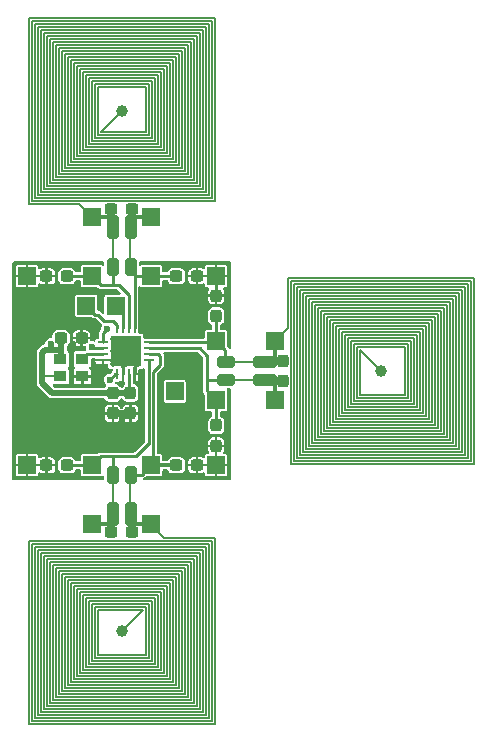
<source format=gbr>
%TF.GenerationSoftware,KiCad,Pcbnew,6.0.10-86aedd382b~118~ubuntu22.04.1*%
%TF.CreationDate,2023-04-06T19:24:04+02:00*%
%TF.ProjectId,donttouchit,646f6e74-746f-4756-9368-69742e6b6963,rev?*%
%TF.SameCoordinates,Original*%
%TF.FileFunction,Copper,L1,Top*%
%TF.FilePolarity,Positive*%
%FSLAX46Y46*%
G04 Gerber Fmt 4.6, Leading zero omitted, Abs format (unit mm)*
G04 Created by KiCad (PCBNEW 6.0.10-86aedd382b~118~ubuntu22.04.1) date 2023-04-06 19:24:04*
%MOMM*%
%LPD*%
G01*
G04 APERTURE LIST*
G04 Aperture macros list*
%AMRoundRect*
0 Rectangle with rounded corners*
0 $1 Rounding radius*
0 $2 $3 $4 $5 $6 $7 $8 $9 X,Y pos of 4 corners*
0 Add a 4 corners polygon primitive as box body*
4,1,4,$2,$3,$4,$5,$6,$7,$8,$9,$2,$3,0*
0 Add four circle primitives for the rounded corners*
1,1,$1+$1,$2,$3*
1,1,$1+$1,$4,$5*
1,1,$1+$1,$6,$7*
1,1,$1+$1,$8,$9*
0 Add four rect primitives between the rounded corners*
20,1,$1+$1,$2,$3,$4,$5,0*
20,1,$1+$1,$4,$5,$6,$7,0*
20,1,$1+$1,$6,$7,$8,$9,0*
20,1,$1+$1,$8,$9,$2,$3,0*%
G04 Aperture macros list end*
%TA.AperFunction,EtchedComponent*%
%ADD10C,0.127000*%
%TD*%
%TA.AperFunction,SMDPad,CuDef*%
%ADD11RoundRect,0.250000X0.250000X0.500000X-0.250000X0.500000X-0.250000X-0.500000X0.250000X-0.500000X0*%
%TD*%
%TA.AperFunction,SMDPad,CuDef*%
%ADD12RoundRect,0.250000X0.500000X-0.250000X0.500000X0.250000X-0.500000X0.250000X-0.500000X-0.250000X0*%
%TD*%
%TA.AperFunction,SMDPad,CuDef*%
%ADD13RoundRect,0.250000X-0.250000X-0.500000X0.250000X-0.500000X0.250000X0.500000X-0.250000X0.500000X0*%
%TD*%
%TA.AperFunction,SMDPad,CuDef*%
%ADD14RoundRect,0.250000X0.250000X0.750000X-0.250000X0.750000X-0.250000X-0.750000X0.250000X-0.750000X0*%
%TD*%
%TA.AperFunction,SMDPad,CuDef*%
%ADD15RoundRect,0.250000X0.750000X-0.250000X0.750000X0.250000X-0.750000X0.250000X-0.750000X-0.250000X0*%
%TD*%
%TA.AperFunction,SMDPad,CuDef*%
%ADD16RoundRect,0.250000X-0.250000X-0.750000X0.250000X-0.750000X0.250000X0.750000X-0.250000X0.750000X0*%
%TD*%
%TA.AperFunction,ComponentPad*%
%ADD17R,1.500000X1.500000*%
%TD*%
%TA.AperFunction,SMDPad,CuDef*%
%ADD18RoundRect,0.237500X-0.300000X-0.237500X0.300000X-0.237500X0.300000X0.237500X-0.300000X0.237500X0*%
%TD*%
%TA.AperFunction,SMDPad,CuDef*%
%ADD19RoundRect,0.031750X0.968250X0.031750X-0.968250X0.031750X-0.968250X-0.031750X0.968250X-0.031750X0*%
%TD*%
%TA.AperFunction,ComponentPad*%
%ADD20C,1.000000*%
%TD*%
%TA.AperFunction,SMDPad,CuDef*%
%ADD21RoundRect,0.031750X0.031750X-0.968250X0.031750X0.968250X-0.031750X0.968250X-0.031750X-0.968250X0*%
%TD*%
%TA.AperFunction,SMDPad,CuDef*%
%ADD22RoundRect,0.031750X-0.968250X-0.031750X0.968250X-0.031750X0.968250X0.031750X-0.968250X0.031750X0*%
%TD*%
%TA.AperFunction,ComponentPad*%
%ADD23C,0.500000*%
%TD*%
%TA.AperFunction,SMDPad,CuDef*%
%ADD24R,2.600000X2.600000*%
%TD*%
%TA.AperFunction,SMDPad,CuDef*%
%ADD25RoundRect,0.062500X-0.062500X-0.375000X0.062500X-0.375000X0.062500X0.375000X-0.062500X0.375000X0*%
%TD*%
%TA.AperFunction,SMDPad,CuDef*%
%ADD26RoundRect,0.062500X-0.375000X-0.062500X0.375000X-0.062500X0.375000X0.062500X-0.375000X0.062500X0*%
%TD*%
%TA.AperFunction,SMDPad,CuDef*%
%ADD27R,1.050000X0.950000*%
%TD*%
%TA.AperFunction,SMDPad,CuDef*%
%ADD28RoundRect,0.237500X0.300000X0.237500X-0.300000X0.237500X-0.300000X-0.237500X0.300000X-0.237500X0*%
%TD*%
%TA.AperFunction,SMDPad,CuDef*%
%ADD29RoundRect,0.237500X-0.237500X0.300000X-0.237500X-0.300000X0.237500X-0.300000X0.237500X0.300000X0*%
%TD*%
%TA.AperFunction,SMDPad,CuDef*%
%ADD30RoundRect,0.237500X0.237500X-0.300000X0.237500X0.300000X-0.237500X0.300000X-0.237500X-0.300000X0*%
%TD*%
%TA.AperFunction,ViaPad*%
%ADD31C,0.600000*%
%TD*%
%TA.AperFunction,Conductor*%
%ADD32C,0.250000*%
%TD*%
%TA.AperFunction,Conductor*%
%ADD33C,0.127000*%
%TD*%
%TA.AperFunction,Conductor*%
%ADD34C,0.300000*%
%TD*%
%TA.AperFunction,Conductor*%
%ADD35C,0.500000*%
%TD*%
G04 APERTURE END LIST*
D10*
%TO.C,L3*%
X149850000Y-66596000D02*
X137404000Y-66596000D01*
X150612000Y-53388000D02*
X150612000Y-67358000D01*
X149850000Y-54150000D02*
X149850000Y-66596000D01*
X147056000Y-63802000D02*
X140198000Y-63802000D01*
X138166000Y-55166000D02*
X148834000Y-55166000D01*
X137912000Y-66088000D02*
X137912000Y-54912000D01*
X145532000Y-58468000D02*
X145532000Y-62278000D01*
X150358000Y-53642000D02*
X150358000Y-67104000D01*
X150104000Y-66850000D02*
X137150000Y-66850000D01*
X138674000Y-55674000D02*
X148326000Y-55674000D01*
X139690000Y-56690000D02*
X147310000Y-56690000D01*
X135880000Y-52880000D02*
X151120000Y-52880000D01*
X149342000Y-66088000D02*
X137912000Y-66088000D01*
X136896000Y-67104000D02*
X136896000Y-53896000D01*
X148072000Y-64818000D02*
X139182000Y-64818000D01*
X146548000Y-63294000D02*
X140706000Y-63294000D01*
X138928000Y-65072000D02*
X138928000Y-55928000D01*
X147818000Y-64564000D02*
X139436000Y-64564000D01*
X148326000Y-65072000D02*
X138928000Y-65072000D01*
X137658000Y-66342000D02*
X137658000Y-54658000D01*
X137150000Y-54150000D02*
X149850000Y-54150000D01*
X149342000Y-54658000D02*
X149342000Y-66088000D01*
X136642000Y-67358000D02*
X136642000Y-53642000D01*
X140452000Y-63548000D02*
X140452000Y-57452000D01*
X140198000Y-57198000D02*
X146802000Y-57198000D01*
X140452000Y-57452000D02*
X146548000Y-57452000D01*
X137404000Y-66596000D02*
X137404000Y-54404000D01*
X151374000Y-68120000D02*
X135880000Y-68120000D01*
X147564000Y-64310000D02*
X139690000Y-64310000D01*
X139436000Y-64564000D02*
X139436000Y-56436000D01*
X147056000Y-56944000D02*
X147056000Y-63802000D01*
X146040000Y-62786000D02*
X141214000Y-62786000D01*
X151120000Y-67866000D02*
X136134000Y-67866000D01*
X150866000Y-53134000D02*
X150866000Y-67612000D01*
X148072000Y-55928000D02*
X148072000Y-64818000D01*
X138674000Y-65326000D02*
X138674000Y-55674000D01*
X149088000Y-54912000D02*
X149088000Y-65834000D01*
X146294000Y-63040000D02*
X140960000Y-63040000D01*
X136134000Y-53134000D02*
X150866000Y-53134000D01*
X148834000Y-65580000D02*
X138420000Y-65580000D01*
X138928000Y-55928000D02*
X148072000Y-55928000D01*
X136388000Y-67612000D02*
X136388000Y-53388000D01*
X141722000Y-62278000D02*
X143500000Y-60500000D01*
X145786000Y-62532000D02*
X141468000Y-62532000D01*
X148580000Y-55420000D02*
X148580000Y-65326000D01*
X147818000Y-56182000D02*
X147818000Y-64564000D01*
X151374000Y-52626000D02*
X151374000Y-68120000D01*
X136388000Y-53388000D02*
X150612000Y-53388000D01*
X147310000Y-64056000D02*
X139944000Y-64056000D01*
X135626000Y-52626000D02*
X151374000Y-52626000D01*
X147564000Y-56436000D02*
X147564000Y-64310000D01*
X140960000Y-57960000D02*
X146040000Y-57960000D01*
X150866000Y-67612000D02*
X136388000Y-67612000D01*
X135626000Y-68374000D02*
X135626000Y-52626000D01*
X139182000Y-56182000D02*
X147818000Y-56182000D01*
X137912000Y-54912000D02*
X149088000Y-54912000D01*
X145532000Y-62278000D02*
X141722000Y-62278000D01*
X138166000Y-65834000D02*
X138166000Y-55166000D01*
X150104000Y-53896000D02*
X150104000Y-66850000D01*
X135626000Y-68374000D02*
X136388000Y-68374000D01*
X148834000Y-55166000D02*
X148834000Y-65580000D01*
X137150000Y-66850000D02*
X137150000Y-54150000D01*
X146802000Y-57198000D02*
X146802000Y-63548000D01*
X140198000Y-63802000D02*
X140198000Y-57198000D01*
X135880000Y-68120000D02*
X135880000Y-52880000D01*
X146040000Y-57960000D02*
X146040000Y-62786000D01*
X148326000Y-55674000D02*
X148326000Y-65072000D01*
X139944000Y-64056000D02*
X139944000Y-56944000D01*
X136642000Y-53642000D02*
X150358000Y-53642000D01*
X141468000Y-62532000D02*
X141468000Y-58468000D01*
X137404000Y-54404000D02*
X149596000Y-54404000D01*
X139690000Y-64310000D02*
X139690000Y-56690000D01*
X149088000Y-65834000D02*
X138166000Y-65834000D01*
X146548000Y-57452000D02*
X146548000Y-63294000D01*
X140960000Y-63040000D02*
X140960000Y-57960000D01*
X150358000Y-67104000D02*
X136896000Y-67104000D01*
X149596000Y-54404000D02*
X149596000Y-66342000D01*
X136896000Y-53896000D02*
X150104000Y-53896000D01*
X137658000Y-54658000D02*
X149342000Y-54658000D01*
X147310000Y-56690000D02*
X147310000Y-64056000D01*
X150612000Y-67358000D02*
X136642000Y-67358000D01*
X141468000Y-58468000D02*
X145532000Y-58468000D01*
X149596000Y-66342000D02*
X137658000Y-66342000D01*
X151120000Y-52880000D02*
X151120000Y-67866000D01*
X139182000Y-64818000D02*
X139182000Y-56182000D01*
X140706000Y-63294000D02*
X140706000Y-57706000D01*
X138420000Y-55420000D02*
X148580000Y-55420000D01*
X136134000Y-67866000D02*
X136134000Y-53134000D01*
X138420000Y-65580000D02*
X138420000Y-55420000D01*
X145786000Y-58214000D02*
X145786000Y-62532000D01*
X148580000Y-65326000D02*
X138674000Y-65326000D01*
X141214000Y-62786000D02*
X141214000Y-58214000D01*
X146802000Y-63548000D02*
X140452000Y-63548000D01*
X139436000Y-56436000D02*
X147564000Y-56436000D01*
X139944000Y-56944000D02*
X147056000Y-56944000D01*
X141214000Y-58214000D02*
X145786000Y-58214000D01*
X140706000Y-57706000D02*
X146294000Y-57706000D01*
X146294000Y-57706000D02*
X146294000Y-63040000D01*
%TO.C,L2*%
X168294000Y-85294000D02*
X162960000Y-85294000D01*
X168294000Y-79706000D02*
X168294000Y-85294000D01*
X167786000Y-80214000D02*
X167786000Y-84786000D01*
X169056000Y-78944000D02*
X169056000Y-86056000D01*
X169564000Y-78436000D02*
X169564000Y-86564000D01*
X162452000Y-85802000D02*
X162452000Y-79452000D01*
X163214000Y-80214000D02*
X167786000Y-80214000D01*
X160674000Y-87580000D02*
X160674000Y-77674000D01*
X167786000Y-84786000D02*
X163468000Y-84786000D01*
X160420000Y-77420000D02*
X170580000Y-77420000D01*
X158134000Y-75134000D02*
X172866000Y-75134000D01*
X170580000Y-77420000D02*
X170580000Y-87580000D01*
X162706000Y-79706000D02*
X168294000Y-79706000D01*
X161182000Y-78182000D02*
X169818000Y-78182000D01*
X173120000Y-90120000D02*
X158134000Y-90120000D01*
X159658000Y-88596000D02*
X159658000Y-76658000D01*
X167532000Y-80468000D02*
X167532000Y-84532000D01*
X158642000Y-89612000D02*
X158642000Y-75642000D01*
X169310000Y-86310000D02*
X161944000Y-86310000D01*
X171342000Y-76658000D02*
X171342000Y-88342000D01*
X172104000Y-75896000D02*
X172104000Y-89104000D01*
X171596000Y-88596000D02*
X159658000Y-88596000D01*
X158896000Y-89358000D02*
X158896000Y-75896000D01*
X162960000Y-79960000D02*
X168040000Y-79960000D01*
X168548000Y-85548000D02*
X162706000Y-85548000D01*
X160166000Y-88088000D02*
X160166000Y-77166000D01*
X161690000Y-78690000D02*
X169310000Y-78690000D01*
X171596000Y-76404000D02*
X171596000Y-88596000D01*
X163468000Y-80468000D02*
X167532000Y-80468000D01*
X172358000Y-75642000D02*
X172358000Y-89358000D01*
X161944000Y-78944000D02*
X169056000Y-78944000D01*
X170326000Y-87326000D02*
X160928000Y-87326000D01*
X168040000Y-85040000D02*
X163214000Y-85040000D01*
X157880000Y-74880000D02*
X173120000Y-74880000D01*
X162198000Y-79198000D02*
X168802000Y-79198000D01*
X168802000Y-85802000D02*
X162452000Y-85802000D01*
X159150000Y-76150000D02*
X171850000Y-76150000D01*
X170834000Y-87834000D02*
X160420000Y-87834000D01*
X157626000Y-74626000D02*
X157626000Y-75388000D01*
X172104000Y-89104000D02*
X159150000Y-89104000D01*
X160166000Y-77166000D02*
X170834000Y-77166000D01*
X163722000Y-84532000D02*
X163722000Y-80722000D01*
X171088000Y-76912000D02*
X171088000Y-88088000D01*
X169818000Y-78182000D02*
X169818000Y-86818000D01*
X157626000Y-74626000D02*
X173374000Y-74626000D01*
X158388000Y-89866000D02*
X158388000Y-75388000D01*
X168040000Y-79960000D02*
X168040000Y-85040000D01*
X169564000Y-86564000D02*
X161690000Y-86564000D01*
X173374000Y-74626000D02*
X173374000Y-90374000D01*
X161944000Y-86310000D02*
X161944000Y-78944000D01*
X172612000Y-75388000D02*
X172612000Y-89612000D01*
X173374000Y-90374000D02*
X157880000Y-90374000D01*
X169818000Y-86818000D02*
X161436000Y-86818000D01*
X170580000Y-87580000D02*
X160674000Y-87580000D01*
X163468000Y-84786000D02*
X163468000Y-80468000D01*
X163722000Y-80722000D02*
X165500000Y-82500000D01*
X158388000Y-75388000D02*
X172612000Y-75388000D01*
X170072000Y-77928000D02*
X170072000Y-87072000D01*
X160420000Y-87834000D02*
X160420000Y-77420000D01*
X172866000Y-75134000D02*
X172866000Y-89866000D01*
X162960000Y-85294000D02*
X162960000Y-79960000D01*
X171088000Y-88088000D02*
X160166000Y-88088000D01*
X160674000Y-77674000D02*
X170326000Y-77674000D01*
X170072000Y-87072000D02*
X161182000Y-87072000D01*
X172866000Y-89866000D02*
X158388000Y-89866000D01*
X158134000Y-90120000D02*
X158134000Y-75134000D01*
X163214000Y-85040000D02*
X163214000Y-80214000D01*
X169056000Y-86056000D02*
X162198000Y-86056000D01*
X161436000Y-78436000D02*
X169564000Y-78436000D01*
X161690000Y-86564000D02*
X161690000Y-78690000D01*
X157880000Y-90374000D02*
X157880000Y-74880000D01*
X159404000Y-76404000D02*
X171596000Y-76404000D01*
X168548000Y-79452000D02*
X168548000Y-85548000D01*
X168802000Y-79198000D02*
X168802000Y-85802000D01*
X162452000Y-79452000D02*
X168548000Y-79452000D01*
X158642000Y-75642000D02*
X172358000Y-75642000D01*
X171342000Y-88342000D02*
X159912000Y-88342000D01*
X171850000Y-76150000D02*
X171850000Y-88850000D01*
X159658000Y-76658000D02*
X171342000Y-76658000D01*
X160928000Y-87326000D02*
X160928000Y-77928000D01*
X161436000Y-86818000D02*
X161436000Y-78436000D01*
X160928000Y-77928000D02*
X170072000Y-77928000D01*
X162706000Y-85548000D02*
X162706000Y-79706000D01*
X161182000Y-87072000D02*
X161182000Y-78182000D01*
X158896000Y-75896000D02*
X172104000Y-75896000D01*
X159912000Y-88342000D02*
X159912000Y-76912000D01*
X173120000Y-74880000D02*
X173120000Y-90120000D01*
X169310000Y-78690000D02*
X169310000Y-86310000D01*
X170326000Y-77674000D02*
X170326000Y-87326000D01*
X159150000Y-89104000D02*
X159150000Y-76150000D01*
X172358000Y-89358000D02*
X158896000Y-89358000D01*
X167532000Y-84532000D02*
X163722000Y-84532000D01*
X159912000Y-76912000D02*
X171088000Y-76912000D01*
X170834000Y-77166000D02*
X170834000Y-87834000D01*
X162198000Y-86056000D02*
X162198000Y-79198000D01*
X171850000Y-88850000D02*
X159404000Y-88850000D01*
X172612000Y-89612000D02*
X158642000Y-89612000D01*
X159404000Y-88850000D02*
X159404000Y-76404000D01*
%TO.C,L1*%
X137150000Y-98404000D02*
X149596000Y-98404000D01*
X136388000Y-111612000D02*
X136388000Y-97642000D01*
X137150000Y-110850000D02*
X137150000Y-98404000D01*
X139944000Y-101198000D02*
X146802000Y-101198000D01*
X148834000Y-109834000D02*
X138166000Y-109834000D01*
X149088000Y-98912000D02*
X149088000Y-110088000D01*
X141468000Y-106532000D02*
X141468000Y-102722000D01*
X136642000Y-111358000D02*
X136642000Y-97896000D01*
X136896000Y-98150000D02*
X149850000Y-98150000D01*
X148326000Y-109326000D02*
X138674000Y-109326000D01*
X147310000Y-108310000D02*
X139690000Y-108310000D01*
X151120000Y-112120000D02*
X135880000Y-112120000D01*
X137658000Y-98912000D02*
X149088000Y-98912000D01*
X150104000Y-97896000D02*
X150104000Y-111104000D01*
X138928000Y-100182000D02*
X147818000Y-100182000D01*
X140452000Y-101706000D02*
X146294000Y-101706000D01*
X148072000Y-99928000D02*
X148072000Y-109072000D01*
X139182000Y-100436000D02*
X147564000Y-100436000D01*
X138674000Y-99928000D02*
X148072000Y-99928000D01*
X149342000Y-98658000D02*
X149342000Y-110342000D01*
X149850000Y-110850000D02*
X137150000Y-110850000D01*
X137658000Y-110342000D02*
X137658000Y-98912000D01*
X150358000Y-97642000D02*
X150358000Y-111358000D01*
X146548000Y-101452000D02*
X146548000Y-107548000D01*
X146802000Y-107802000D02*
X140198000Y-107802000D01*
X146548000Y-107548000D02*
X140452000Y-107548000D01*
X149596000Y-98404000D02*
X149596000Y-110596000D01*
X135626000Y-96880000D02*
X151120000Y-96880000D01*
X139436000Y-100690000D02*
X147310000Y-100690000D01*
X147564000Y-100436000D02*
X147564000Y-108564000D01*
X139944000Y-108056000D02*
X139944000Y-101198000D01*
X140960000Y-102214000D02*
X145786000Y-102214000D01*
X135880000Y-97134000D02*
X150866000Y-97134000D01*
X136134000Y-111866000D02*
X136134000Y-97388000D01*
X138928000Y-109072000D02*
X138928000Y-100182000D01*
X148326000Y-99674000D02*
X148326000Y-109326000D01*
X137912000Y-110088000D02*
X137912000Y-99166000D01*
X140706000Y-101960000D02*
X146040000Y-101960000D01*
X150866000Y-111866000D02*
X136134000Y-111866000D01*
X138166000Y-99420000D02*
X148580000Y-99420000D01*
X148072000Y-109072000D02*
X138928000Y-109072000D01*
X150612000Y-97388000D02*
X150612000Y-111612000D01*
X145278000Y-102722000D02*
X143500000Y-104500000D01*
X141214000Y-102468000D02*
X145532000Y-102468000D01*
X138420000Y-109580000D02*
X138420000Y-99674000D01*
X139182000Y-108818000D02*
X139182000Y-100436000D01*
X135626000Y-112374000D02*
X135626000Y-96880000D01*
X150612000Y-111612000D02*
X136388000Y-111612000D01*
X139690000Y-100944000D02*
X147056000Y-100944000D01*
X151374000Y-112374000D02*
X135626000Y-112374000D01*
X139436000Y-108564000D02*
X139436000Y-100690000D01*
X146040000Y-107040000D02*
X140960000Y-107040000D01*
X136134000Y-97388000D02*
X150612000Y-97388000D01*
X151374000Y-96626000D02*
X151374000Y-112374000D01*
X147818000Y-108818000D02*
X139182000Y-108818000D01*
X149088000Y-110088000D02*
X137912000Y-110088000D01*
X141468000Y-102722000D02*
X145278000Y-102722000D01*
X148834000Y-99166000D02*
X148834000Y-109834000D01*
X136896000Y-111104000D02*
X136896000Y-98150000D01*
X151374000Y-96626000D02*
X150612000Y-96626000D01*
X138166000Y-109834000D02*
X138166000Y-99420000D01*
X149850000Y-98150000D02*
X149850000Y-110850000D01*
X140198000Y-107802000D02*
X140198000Y-101452000D01*
X146802000Y-101198000D02*
X146802000Y-107802000D01*
X151120000Y-96880000D02*
X151120000Y-112120000D01*
X140960000Y-107040000D02*
X140960000Y-102214000D01*
X138674000Y-109326000D02*
X138674000Y-99928000D01*
X147056000Y-100944000D02*
X147056000Y-108056000D01*
X150358000Y-111358000D02*
X136642000Y-111358000D01*
X145532000Y-102468000D02*
X145532000Y-106532000D01*
X149596000Y-110596000D02*
X137404000Y-110596000D01*
X147310000Y-100690000D02*
X147310000Y-108310000D01*
X137912000Y-99166000D02*
X148834000Y-99166000D01*
X140452000Y-107548000D02*
X140452000Y-101706000D01*
X146040000Y-101960000D02*
X146040000Y-107040000D01*
X136642000Y-97896000D02*
X150104000Y-97896000D01*
X137404000Y-110596000D02*
X137404000Y-98658000D01*
X150104000Y-111104000D02*
X136896000Y-111104000D01*
X149342000Y-110342000D02*
X137658000Y-110342000D01*
X139690000Y-108310000D02*
X139690000Y-100944000D01*
X136388000Y-97642000D02*
X150358000Y-97642000D01*
X145532000Y-106532000D02*
X141468000Y-106532000D01*
X137404000Y-98658000D02*
X149342000Y-98658000D01*
X135880000Y-112120000D02*
X135880000Y-97134000D01*
X147818000Y-100182000D02*
X147818000Y-108818000D01*
X146294000Y-101706000D02*
X146294000Y-107294000D01*
X148580000Y-109580000D02*
X138420000Y-109580000D01*
X150866000Y-97134000D02*
X150866000Y-111866000D01*
X148580000Y-99420000D02*
X148580000Y-109580000D01*
X141214000Y-106786000D02*
X141214000Y-102468000D01*
X138420000Y-99674000D02*
X148326000Y-99674000D01*
X145786000Y-102214000D02*
X145786000Y-106786000D01*
X140198000Y-101452000D02*
X146548000Y-101452000D01*
X147564000Y-108564000D02*
X139436000Y-108564000D01*
X147056000Y-108056000D02*
X139944000Y-108056000D01*
X145786000Y-106786000D02*
X141214000Y-106786000D01*
X146294000Y-107294000D02*
X140706000Y-107294000D01*
X140706000Y-107294000D02*
X140706000Y-101960000D01*
%TD*%
D11*
%TO.P,J3,1,Pin_1*%
%TO.N,IN2A*%
X144262000Y-73700000D03*
%TO.P,J3,2,Pin_2*%
%TO.N,IN2B*%
X142738000Y-73700000D03*
%TD*%
D12*
%TO.P,J2,1,Pin_1*%
%TO.N,IN1A*%
X152300000Y-83262000D03*
%TO.P,J2,2,Pin_2*%
%TO.N,IN1B*%
X152300000Y-81738000D03*
%TD*%
D13*
%TO.P,J1,1,Pin_1*%
%TO.N,IN0A*%
X142738000Y-91300000D03*
%TO.P,J1,2,Pin_2*%
%TO.N,IN0B*%
X144262000Y-91300000D03*
%TD*%
D14*
%TO.P,J9,1,Pin_1*%
%TO.N,IN2A*%
X144262000Y-70350000D03*
%TO.P,J9,2,Pin_2*%
%TO.N,IN2B*%
X142738000Y-70350000D03*
%TD*%
D15*
%TO.P,J8,1,Pin_1*%
%TO.N,IN1A*%
X155650000Y-83262000D03*
%TO.P,J8,2,Pin_2*%
%TO.N,IN1B*%
X155650000Y-81738000D03*
%TD*%
D16*
%TO.P,J7,1,Pin_1*%
%TO.N,IN0A*%
X142738000Y-94650000D03*
%TO.P,J7,2,Pin_2*%
%TO.N,IN0B*%
X144262000Y-94650000D03*
%TD*%
D17*
%TO.P,TP14,1,1*%
%TO.N,IN3B*%
X140500000Y-77000000D03*
%TD*%
%TO.P,TP13,1,1*%
%TO.N,IN3A*%
X143000000Y-77000000D03*
%TD*%
%TO.P,TP19,1,1*%
%TO.N,GND*%
X151500000Y-90500000D03*
%TD*%
%TO.P,TP18,1,1*%
%TO.N,GND*%
X151500000Y-74500000D03*
%TD*%
%TO.P,TP17,1,1*%
%TO.N,GND*%
X135500000Y-90500000D03*
%TD*%
%TO.P,TP16,1,1*%
%TO.N,GND*%
X135500000Y-74500000D03*
%TD*%
%TO.P,TP15,1,1*%
%TO.N,Net-(U1-Pad5)*%
X148000000Y-84250000D03*
%TD*%
%TO.P,TP12,1,1*%
%TO.N,IN1B*%
X151500000Y-80000000D03*
%TD*%
%TO.P,TP11,1,1*%
%TO.N,IN1A*%
X151500000Y-85000000D03*
%TD*%
%TO.P,TP10,1,1*%
%TO.N,IN0B*%
X146000000Y-90500000D03*
%TD*%
%TO.P,TP9,1,1*%
%TO.N,IN0A*%
X141000000Y-90500000D03*
%TD*%
%TO.P,TP8,1,1*%
%TO.N,IN2B*%
X141000000Y-69500000D03*
%TD*%
%TO.P,TP7,1,1*%
%TO.N,IN2A*%
X146000000Y-74500000D03*
%TD*%
%TO.P,TP6,1,1*%
%TO.N,IN2B*%
X141000000Y-74500000D03*
%TD*%
%TO.P,TP5,1,1*%
%TO.N,IN2A*%
X146000000Y-69500000D03*
%TD*%
%TO.P,TP4,1,1*%
%TO.N,IN1B*%
X156500000Y-80000000D03*
%TD*%
%TO.P,TP3,1,1*%
%TO.N,IN1A*%
X156500000Y-85000000D03*
%TD*%
%TO.P,TP2,1,1*%
%TO.N,IN0B*%
X146000000Y-95500000D03*
%TD*%
%TO.P,TP1,1,1*%
%TO.N,IN0A*%
X141000000Y-95500000D03*
%TD*%
D18*
%TO.P,C5,1*%
%TO.N,IN0B*%
X148137500Y-90500000D03*
%TO.P,C5,2*%
%TO.N,GND*%
X149862500Y-90500000D03*
%TD*%
D19*
%TO.P,L3,2,2*%
%TO.N,IN2B*%
X136896000Y-68374000D03*
D20*
%TO.P,L3,C*%
%TO.N,N/C*%
X143500000Y-60500000D03*
%TD*%
%TO.P,L2,C*%
%TO.N,N/C*%
X165500000Y-82500000D03*
D21*
%TO.P,L2,2,2*%
%TO.N,IN1B*%
X157626000Y-75896000D03*
%TD*%
D22*
%TO.P,L1,2,2*%
%TO.N,IN0B*%
X150104000Y-96626000D03*
D20*
%TO.P,L1,C*%
%TO.N,N/C*%
X143500000Y-104500000D03*
%TD*%
D23*
%TO.P,U1,17,GND*%
%TO.N,GND*%
X143850000Y-81900000D03*
X143850000Y-80850000D03*
D24*
X143850000Y-80850000D03*
D23*
X143850000Y-79800000D03*
X142800000Y-80850000D03*
X144900000Y-81900000D03*
X142800000Y-79800000D03*
X144900000Y-80850000D03*
X144900000Y-79800000D03*
X142800000Y-81900000D03*
D25*
%TO.P,U1,16,IN3B*%
%TO.N,IN3B*%
X143100000Y-78912500D03*
%TO.P,U1,15,IN3A*%
%TO.N,IN3A*%
X143600000Y-78912500D03*
%TO.P,U1,14,IN2B*%
%TO.N,IN2B*%
X144100000Y-78912500D03*
%TO.P,U1,13,IN2A*%
%TO.N,IN2A*%
X144600000Y-78912500D03*
D26*
%TO.P,U1,12,IN1B*%
%TO.N,IN1B*%
X145787500Y-80100000D03*
%TO.P,U1,11,IN1A*%
%TO.N,IN1A*%
X145787500Y-80600000D03*
%TO.P,U1,10,IN0B*%
%TO.N,IN0B*%
X145787500Y-81100000D03*
%TO.P,U1,9,IN0A*%
%TO.N,IN0A*%
X145787500Y-81600000D03*
D25*
%TO.P,U1,8,GND*%
%TO.N,GND*%
X144600000Y-82787500D03*
%TO.P,U1,7,VDD*%
%TO.N,VCC*%
X144100000Y-82787500D03*
%TO.P,U1,6,SD*%
%TO.N,GND*%
X143600000Y-82787500D03*
%TO.P,U1,5,INTB*%
%TO.N,Net-(U1-Pad5)*%
X143100000Y-82787500D03*
D26*
%TO.P,U1,4,ADDR*%
%TO.N,GND*%
X141912500Y-81600000D03*
%TO.P,U1,3,CLKIN*%
%TO.N,Net-(U1-Pad3)*%
X141912500Y-81100000D03*
%TO.P,U1,2,SDA*%
%TO.N,Net-(J10-Pad2)*%
X141912500Y-80600000D03*
%TO.P,U1,1,SCL*%
%TO.N,Net-(J10-Pad3)*%
X141912500Y-80100000D03*
%TD*%
D18*
%TO.P,C3,2*%
%TO.N,IN2A*%
X144362500Y-68850000D03*
%TO.P,C3,1*%
%TO.N,IN2B*%
X142637500Y-68850000D03*
%TD*%
D27*
%TO.P,XT1,1,INH*%
%TO.N,VCC*%
X138325000Y-82975000D03*
%TO.P,XT1,2,GND*%
%TO.N,GND*%
X140175000Y-82975000D03*
%TO.P,XT1,3,CLK*%
%TO.N,Net-(U1-Pad3)*%
X140175000Y-81525000D03*
%TO.P,XT1,4,VCC*%
%TO.N,VCC*%
X138325000Y-81525000D03*
%TD*%
D28*
%TO.P,C1,1*%
%TO.N,IN0B*%
X144362500Y-96150000D03*
%TO.P,C1,2*%
%TO.N,IN0A*%
X142637500Y-96150000D03*
%TD*%
%TO.P,C10,2*%
%TO.N,GND*%
X137137500Y-74500000D03*
%TO.P,C10,1*%
%TO.N,IN2B*%
X138862500Y-74500000D03*
%TD*%
D29*
%TO.P,C6,1*%
%TO.N,IN1A*%
X151500000Y-87137500D03*
%TO.P,C6,2*%
%TO.N,GND*%
X151500000Y-88862500D03*
%TD*%
%TO.P,C2,1*%
%TO.N,IN1B*%
X157150000Y-81637500D03*
%TO.P,C2,2*%
%TO.N,IN1A*%
X157150000Y-83362500D03*
%TD*%
D28*
%TO.P,C4,1*%
%TO.N,IN0A*%
X138862500Y-90500000D03*
%TO.P,C4,2*%
%TO.N,GND*%
X137137500Y-90500000D03*
%TD*%
D18*
%TO.P,C8,1*%
%TO.N,IN2A*%
X148137500Y-74500000D03*
%TO.P,C8,2*%
%TO.N,GND*%
X149862500Y-74500000D03*
%TD*%
D29*
%TO.P,C11,2*%
%TO.N,GND*%
X144250000Y-86112500D03*
%TO.P,C11,1*%
%TO.N,VCC*%
X144250000Y-84387500D03*
%TD*%
D18*
%TO.P,C9,1*%
%TO.N,VCC*%
X138387500Y-79750000D03*
%TO.P,C9,2*%
%TO.N,GND*%
X140112500Y-79750000D03*
%TD*%
D30*
%TO.P,C7,1*%
%TO.N,IN1B*%
X151500000Y-77862500D03*
%TO.P,C7,2*%
%TO.N,GND*%
X151500000Y-76137500D03*
%TD*%
D29*
%TO.P,C12,1*%
%TO.N,VCC*%
X142750000Y-84387500D03*
%TO.P,C12,2*%
%TO.N,GND*%
X142750000Y-86112500D03*
%TD*%
D31*
%TO.N,Net-(J10-Pad2)*%
X141000000Y-80500000D03*
%TO.N,Net-(J10-Pad3)*%
X142250000Y-79000000D03*
%TO.N,VCC*%
X137500000Y-80250000D03*
%TO.N,Net-(U1-Pad5)*%
X142500000Y-83250000D03*
%TO.N,GND*%
X142250000Y-82500000D03*
X139400000Y-80250000D03*
X143500000Y-87250000D03*
%TD*%
D32*
%TO.N,IN0B*%
X144362500Y-96150000D02*
X144362500Y-94750500D01*
X144362500Y-94750500D02*
X144262000Y-94650000D01*
%TO.N,IN0A*%
X142637500Y-96150000D02*
X142637500Y-94750500D01*
X142637500Y-94750500D02*
X142738000Y-94650000D01*
%TO.N,IN1A*%
X157150000Y-83362500D02*
X155750500Y-83362500D01*
X155750500Y-83362500D02*
X155650000Y-83262000D01*
%TO.N,IN1B*%
X157150000Y-81637500D02*
X155750500Y-81637500D01*
X155750500Y-81637500D02*
X155650000Y-81738000D01*
%TO.N,IN2A*%
X144362500Y-68850000D02*
X144362500Y-70249500D01*
X144362500Y-70249500D02*
X144262000Y-70350000D01*
%TO.N,IN2B*%
X142637500Y-68850000D02*
X142637500Y-70249500D01*
X142637500Y-70249500D02*
X142738000Y-70350000D01*
D33*
X142738000Y-70250000D02*
X142738000Y-69600500D01*
X142738000Y-69600500D02*
X142637500Y-69500000D01*
%TO.N,IN2A*%
X144362500Y-70149500D02*
X144262000Y-70250000D01*
X144362500Y-69500000D02*
X144362500Y-70149500D01*
D32*
%TO.N,IN3B*%
X143100000Y-78600000D02*
X142750000Y-78250000D01*
X141500000Y-77750000D02*
X141250000Y-77750000D01*
X142750000Y-78250000D02*
X142000000Y-78250000D01*
X142000000Y-78250000D02*
X141500000Y-77750000D01*
%TO.N,IN1A*%
X150750000Y-81250000D02*
X150750000Y-83250000D01*
X145787500Y-80600000D02*
X150100000Y-80600000D01*
X150750000Y-81250000D02*
X150100000Y-80600000D01*
D33*
X152300000Y-83262000D02*
X152312000Y-83250000D01*
X152312000Y-83250000D02*
X156387500Y-83250000D01*
X156387500Y-83250000D02*
X156500000Y-83362500D01*
D32*
%TO.N,IN2B*%
X144100000Y-78912500D02*
X144100000Y-76100000D01*
X144100000Y-76100000D02*
X143250000Y-75250000D01*
X143250000Y-75250000D02*
X142750000Y-75250000D01*
D33*
X142738000Y-73700000D02*
X142738000Y-69600500D01*
D32*
%TO.N,IN2A*%
X144600000Y-78912500D02*
X144600000Y-74600000D01*
X144600000Y-74600000D02*
X144600000Y-74038000D01*
X146000000Y-74500000D02*
X144700000Y-74500000D01*
X144700000Y-74500000D02*
X144600000Y-74600000D01*
X144600000Y-74038000D02*
X144262000Y-73700000D01*
%TO.N,IN2B*%
X142750000Y-75250000D02*
X141750000Y-75250000D01*
X142750000Y-75250000D02*
X142750000Y-73712000D01*
X142750000Y-73712000D02*
X142738000Y-73700000D01*
X141750000Y-75250000D02*
X141000000Y-74500000D01*
%TO.N,IN0B*%
X146000000Y-90500000D02*
X145200000Y-91300000D01*
X145200000Y-91300000D02*
X144262000Y-91300000D01*
%TO.N,IN1A*%
X150750000Y-83250000D02*
X150750000Y-84250000D01*
X150750000Y-83250000D02*
X152288000Y-83250000D01*
X152288000Y-83250000D02*
X152300000Y-83262000D01*
X150750000Y-84250000D02*
X151500000Y-85000000D01*
%TO.N,IN1B*%
X151500000Y-80000000D02*
X152250000Y-80750000D01*
X152250000Y-80750000D02*
X152250000Y-81688000D01*
X152250000Y-81688000D02*
X152300000Y-81738000D01*
%TO.N,IN0A*%
X142750000Y-89750000D02*
X141750000Y-89750000D01*
X142750000Y-89750000D02*
X142750000Y-91288000D01*
X144750000Y-89750000D02*
X142750000Y-89750000D01*
X142750000Y-91288000D02*
X142738000Y-91300000D01*
X145787500Y-88722500D02*
X145777500Y-88722500D01*
X145777500Y-88722500D02*
X144750000Y-89750000D01*
X141750000Y-89750000D02*
X141000000Y-90500000D01*
D33*
%TO.N,IN0B*%
X144250000Y-95000000D02*
X144250000Y-91312000D01*
X144250000Y-91312000D02*
X144262000Y-91300000D01*
%TO.N,IN0A*%
X142637500Y-95362500D02*
X142750000Y-95250000D01*
X142637500Y-95500000D02*
X142637500Y-95362500D01*
X142750000Y-95250000D02*
X142750000Y-91312000D01*
X142750000Y-91312000D02*
X142738000Y-91300000D01*
D32*
%TO.N,IN3B*%
X143100000Y-78912500D02*
X143100000Y-78600000D01*
X141250000Y-77750000D02*
X140500000Y-77000000D01*
%TO.N,IN3A*%
X143600000Y-78912500D02*
X143600000Y-77600000D01*
X143600000Y-77600000D02*
X143000000Y-77000000D01*
%TO.N,Net-(U1-Pad5)*%
X143100000Y-82787500D02*
X142962500Y-82787500D01*
X142962500Y-82787500D02*
X142500000Y-83250000D01*
%TO.N,IN1B*%
X151500000Y-77862500D02*
X151500000Y-80000000D01*
%TO.N,GND*%
X151500000Y-76137500D02*
X151500000Y-74500000D01*
%TO.N,IN2A*%
X148137500Y-74500000D02*
X146000000Y-74500000D01*
%TO.N,IN2B*%
X138862500Y-74500000D02*
X141000000Y-74500000D01*
%TO.N,IN0A*%
X138862500Y-90500000D02*
X141000000Y-90500000D01*
D34*
%TO.N,IN0B*%
X146000000Y-90500000D02*
X148137500Y-90500000D01*
D32*
%TO.N,IN1A*%
X151500000Y-87137500D02*
X151500000Y-85000000D01*
%TO.N,Net-(J10-Pad3)*%
X141912500Y-80100000D02*
X141912500Y-79337500D01*
X141912500Y-79337500D02*
X142250000Y-79000000D01*
%TO.N,Net-(J10-Pad2)*%
X141912500Y-80600000D02*
X141100000Y-80600000D01*
X141100000Y-80600000D02*
X141000000Y-80500000D01*
D35*
%TO.N,GND*%
X140112500Y-79750000D02*
X140250000Y-79750000D01*
%TO.N,VCC*%
X137000000Y-80750000D02*
X137500000Y-80750000D01*
X137500000Y-80750000D02*
X138250000Y-80750000D01*
X137500000Y-80250000D02*
X137500000Y-80750000D01*
X138387500Y-79750000D02*
X138387500Y-80612500D01*
X138387500Y-80612500D02*
X138387500Y-81462500D01*
X138250000Y-80750000D02*
X138387500Y-80612500D01*
X138387500Y-81462500D02*
X138325000Y-81525000D01*
X136750000Y-81000000D02*
X137000000Y-80750000D01*
X136750000Y-83000000D02*
X136750000Y-81000000D01*
X136750000Y-83500000D02*
X136750000Y-83000000D01*
D33*
X138325000Y-82975000D02*
X136775000Y-82975000D01*
X136775000Y-82975000D02*
X136750000Y-83000000D01*
D35*
X142750000Y-84387500D02*
X137637500Y-84387500D01*
X137637500Y-84387500D02*
X136750000Y-83500000D01*
%TO.N,GND*%
X142750000Y-86112500D02*
X143637500Y-86112500D01*
X143500000Y-87250000D02*
X143500000Y-86250000D01*
X143637500Y-86112500D02*
X144250000Y-86112500D01*
X143500000Y-86250000D02*
X143637500Y-86112500D01*
%TO.N,VCC*%
X142750000Y-84387500D02*
X144250000Y-84387500D01*
D32*
X144100000Y-82787500D02*
X144100000Y-84237500D01*
X144100000Y-84237500D02*
X144250000Y-84387500D01*
%TO.N,IN0B*%
X145787500Y-81100000D02*
X146620000Y-81100000D01*
X146164500Y-82585500D02*
X146164500Y-90335500D01*
X146620000Y-81100000D02*
X146620000Y-81120000D01*
X146750000Y-81250000D02*
X146750000Y-82000000D01*
X146620000Y-81120000D02*
X146750000Y-81250000D01*
X146750000Y-82000000D02*
X146164500Y-82585500D01*
X146164500Y-90335500D02*
X146000000Y-90500000D01*
%TO.N,Net-(U1-Pad3)*%
X141912500Y-81100000D02*
X140600000Y-81100000D01*
X140600000Y-81100000D02*
X140175000Y-81525000D01*
D33*
%TO.N,IN0A*%
X142637500Y-95500000D02*
X142750000Y-95387500D01*
D32*
X145787500Y-81600000D02*
X145787500Y-88722500D01*
D33*
%TO.N,IN2A*%
X144362500Y-69500000D02*
X144250000Y-69612500D01*
X144250000Y-69612500D02*
X144250000Y-73750000D01*
D32*
%TO.N,IN1B*%
X145787500Y-80100000D02*
X151400000Y-80100000D01*
X151400000Y-80100000D02*
X151500000Y-80000000D01*
D34*
%TO.N,IN1A*%
X156500000Y-83362500D02*
X156500000Y-85000000D01*
%TO.N,IN1B*%
X156500000Y-81637500D02*
X156500000Y-80000000D01*
%TO.N,IN0A*%
X142637500Y-95500000D02*
X141000000Y-95500000D01*
%TO.N,IN0B*%
X144362500Y-95500000D02*
X146000000Y-95500000D01*
D33*
%TO.N,IN1B*%
X152500000Y-81750000D02*
X156387500Y-81750000D01*
X156387500Y-81750000D02*
X156500000Y-81637500D01*
%TO.N,IN0B*%
X150104000Y-96626000D02*
X147126000Y-96626000D01*
X147126000Y-96626000D02*
X146000000Y-95500000D01*
%TO.N,IN1B*%
X157626000Y-75896000D02*
X157626000Y-78874000D01*
X157626000Y-78874000D02*
X156500000Y-80000000D01*
D32*
%TO.N,GND*%
X144600000Y-82787500D02*
X144600000Y-81600000D01*
X144600000Y-81600000D02*
X143850000Y-80850000D01*
X143600000Y-82787500D02*
X143600000Y-81100000D01*
X143600000Y-81100000D02*
X143850000Y-80850000D01*
D34*
%TO.N,IN2A*%
X144362500Y-69500000D02*
X146000000Y-69500000D01*
%TO.N,IN2B*%
X142637500Y-69500000D02*
X141000000Y-69500000D01*
D33*
X136896000Y-68374000D02*
X139874000Y-68374000D01*
X139874000Y-68374000D02*
X141000000Y-69500000D01*
%TD*%
%TA.AperFunction,Conductor*%
%TO.N,GND*%
G36*
X141996691Y-73268907D02*
G01*
X142032655Y-73318407D01*
X142037500Y-73349000D01*
X142037500Y-73515747D01*
X142018593Y-73573938D01*
X141969093Y-73609902D01*
X141907907Y-73609902D01*
X141883498Y-73598062D01*
X141876662Y-73593494D01*
X141828231Y-73561133D01*
X141818668Y-73559231D01*
X141818666Y-73559230D01*
X141792984Y-73554122D01*
X141769748Y-73549500D01*
X140230252Y-73549500D01*
X140207016Y-73554122D01*
X140181334Y-73559230D01*
X140181332Y-73559231D01*
X140171769Y-73561133D01*
X140105448Y-73605448D01*
X140061133Y-73671769D01*
X140049500Y-73730252D01*
X140049500Y-74075500D01*
X140030593Y-74133691D01*
X139981093Y-74169655D01*
X139950500Y-74174500D01*
X139666006Y-74174500D01*
X139607815Y-74155593D01*
X139572598Y-74108303D01*
X139571822Y-74106093D01*
X139553961Y-74055232D01*
X139549564Y-74049278D01*
X139509648Y-73995236D01*
X139475711Y-73949289D01*
X139369768Y-73871039D01*
X139357618Y-73866772D01*
X139345077Y-73862368D01*
X139245500Y-73827399D01*
X139239496Y-73826831D01*
X139239494Y-73826831D01*
X139217144Y-73824718D01*
X139217134Y-73824718D01*
X139214833Y-73824500D01*
X138862652Y-73824500D01*
X138510168Y-73824501D01*
X138479500Y-73827399D01*
X138473816Y-73829395D01*
X138473812Y-73829396D01*
X138362214Y-73868587D01*
X138355232Y-73871039D01*
X138249289Y-73949289D01*
X138171039Y-74055232D01*
X138168587Y-74062214D01*
X138163921Y-74075500D01*
X138127399Y-74179500D01*
X138126832Y-74185503D01*
X138126831Y-74185506D01*
X138124719Y-74207852D01*
X138124500Y-74210167D01*
X138124501Y-74789832D01*
X138127399Y-74820500D01*
X138129395Y-74826184D01*
X138129396Y-74826188D01*
X138168587Y-74937786D01*
X138171039Y-74944768D01*
X138249289Y-75050711D01*
X138355232Y-75128961D01*
X138362214Y-75131413D01*
X138379923Y-75137632D01*
X138479500Y-75172601D01*
X138485504Y-75173169D01*
X138485506Y-75173169D01*
X138507856Y-75175282D01*
X138507866Y-75175282D01*
X138510167Y-75175500D01*
X138862348Y-75175500D01*
X139214832Y-75175499D01*
X139245500Y-75172601D01*
X139251184Y-75170605D01*
X139251188Y-75170604D01*
X139362786Y-75131413D01*
X139369768Y-75128961D01*
X139475711Y-75050711D01*
X139510626Y-75003440D01*
X139549565Y-74950720D01*
X139549565Y-74950719D01*
X139553961Y-74944768D01*
X139572598Y-74891696D01*
X139609719Y-74843058D01*
X139666006Y-74825500D01*
X139950500Y-74825500D01*
X140008691Y-74844407D01*
X140044655Y-74893907D01*
X140049500Y-74924500D01*
X140049500Y-75269748D01*
X140061133Y-75328231D01*
X140105448Y-75394552D01*
X140171769Y-75438867D01*
X140181332Y-75440769D01*
X140181334Y-75440770D01*
X140204005Y-75445279D01*
X140230252Y-75450500D01*
X141447165Y-75450500D01*
X141505356Y-75469407D01*
X141523001Y-75485861D01*
X141537545Y-75503194D01*
X141571219Y-75522636D01*
X141578475Y-75527259D01*
X141610316Y-75549554D01*
X141618678Y-75551795D01*
X141623960Y-75554258D01*
X141629454Y-75556257D01*
X141636955Y-75560588D01*
X141675228Y-75567337D01*
X141683656Y-75569206D01*
X141712827Y-75577022D01*
X141712830Y-75577022D01*
X141721193Y-75579263D01*
X141759896Y-75575877D01*
X141768525Y-75575500D01*
X143074166Y-75575500D01*
X143132357Y-75594407D01*
X143144170Y-75604496D01*
X143420170Y-75880496D01*
X143447947Y-75935013D01*
X143438376Y-75995445D01*
X143395111Y-76038710D01*
X143350166Y-76049500D01*
X142230252Y-76049500D01*
X142204005Y-76054721D01*
X142181334Y-76059230D01*
X142181332Y-76059231D01*
X142171769Y-76061133D01*
X142105448Y-76105448D01*
X142061133Y-76171769D01*
X142049500Y-76230252D01*
X142049500Y-77600166D01*
X142030593Y-77658357D01*
X141981093Y-77694321D01*
X141919907Y-77694321D01*
X141880496Y-77670170D01*
X141743269Y-77532943D01*
X141737434Y-77526575D01*
X141712455Y-77496806D01*
X141678792Y-77477371D01*
X141671511Y-77472732D01*
X141669056Y-77471013D01*
X141639684Y-77450446D01*
X141631316Y-77448204D01*
X141626029Y-77445738D01*
X141620544Y-77443742D01*
X141613045Y-77439412D01*
X141604519Y-77437909D01*
X141604517Y-77437908D01*
X141574784Y-77432666D01*
X141566349Y-77430796D01*
X141528807Y-77420736D01*
X141529422Y-77418443D01*
X141484543Y-77399388D01*
X141453035Y-77346938D01*
X141450500Y-77324678D01*
X141450500Y-76230252D01*
X141438867Y-76171769D01*
X141394552Y-76105448D01*
X141328231Y-76061133D01*
X141318668Y-76059231D01*
X141318666Y-76059230D01*
X141295995Y-76054721D01*
X141269748Y-76049500D01*
X139730252Y-76049500D01*
X139704005Y-76054721D01*
X139681334Y-76059230D01*
X139681332Y-76059231D01*
X139671769Y-76061133D01*
X139605448Y-76105448D01*
X139561133Y-76171769D01*
X139549500Y-76230252D01*
X139549500Y-77769748D01*
X139561133Y-77828231D01*
X139605448Y-77894552D01*
X139671769Y-77938867D01*
X139681332Y-77940769D01*
X139681334Y-77940770D01*
X139704005Y-77945279D01*
X139730252Y-77950500D01*
X140947165Y-77950500D01*
X141005356Y-77969407D01*
X141023001Y-77985861D01*
X141037545Y-78003194D01*
X141071219Y-78022636D01*
X141078475Y-78027259D01*
X141110316Y-78049554D01*
X141118678Y-78051795D01*
X141123960Y-78054258D01*
X141129454Y-78056257D01*
X141136955Y-78060588D01*
X141175228Y-78067337D01*
X141183656Y-78069206D01*
X141212827Y-78077022D01*
X141212830Y-78077022D01*
X141221193Y-78079263D01*
X141259896Y-78075877D01*
X141268525Y-78075500D01*
X141324166Y-78075500D01*
X141382357Y-78094407D01*
X141394170Y-78104496D01*
X141756731Y-78467057D01*
X141762565Y-78473424D01*
X141787545Y-78503194D01*
X141821205Y-78522627D01*
X141828489Y-78527268D01*
X141843499Y-78537778D01*
X141880321Y-78586642D01*
X141881389Y-78647818D01*
X141860921Y-78684407D01*
X141827377Y-78722388D01*
X141766447Y-78852163D01*
X141744391Y-78993823D01*
X141745306Y-79000822D01*
X141745260Y-79004608D01*
X141725643Y-79062564D01*
X141716271Y-79073403D01*
X141695443Y-79094231D01*
X141689076Y-79100065D01*
X141659306Y-79125045D01*
X141639873Y-79158705D01*
X141635232Y-79165989D01*
X141612946Y-79197816D01*
X141610704Y-79206184D01*
X141608238Y-79211471D01*
X141606242Y-79216956D01*
X141601912Y-79224455D01*
X141600409Y-79232981D01*
X141600408Y-79232983D01*
X141595166Y-79262716D01*
X141593296Y-79271150D01*
X141583236Y-79308693D01*
X141583991Y-79317322D01*
X141586623Y-79347405D01*
X141587000Y-79356034D01*
X141587000Y-79678256D01*
X141568093Y-79736447D01*
X141518593Y-79772411D01*
X141507314Y-79775354D01*
X141476167Y-79781549D01*
X141444445Y-79787858D01*
X141444444Y-79787858D01*
X141434883Y-79789760D01*
X141347888Y-79847888D01*
X141289760Y-79934883D01*
X141287858Y-79944445D01*
X141286705Y-79950242D01*
X141256808Y-80003625D01*
X141201243Y-80029241D01*
X141161242Y-80025776D01*
X141081503Y-80001929D01*
X141081497Y-80001928D01*
X141074739Y-79999907D01*
X140948395Y-79999135D01*
X140890321Y-79979873D01*
X140854660Y-79930154D01*
X140850000Y-79900137D01*
X140850000Y-79865680D01*
X140845878Y-79852995D01*
X140841757Y-79850000D01*
X140228180Y-79850000D01*
X140215495Y-79854122D01*
X140212500Y-79858243D01*
X140212500Y-80409320D01*
X140216622Y-80422005D01*
X140220743Y-80425000D01*
X140398495Y-80425000D01*
X140456686Y-80443907D01*
X140492650Y-80493407D01*
X140496658Y-80511160D01*
X140512980Y-80635979D01*
X140515820Y-80642434D01*
X140515822Y-80642440D01*
X140525682Y-80664847D01*
X140531813Y-80725725D01*
X140500990Y-80778579D01*
X140475499Y-80792328D01*
X140476532Y-80794544D01*
X140468685Y-80798204D01*
X140460316Y-80800446D01*
X140430944Y-80821013D01*
X140428489Y-80822732D01*
X140421208Y-80827371D01*
X140405851Y-80836237D01*
X140356352Y-80849500D01*
X139630252Y-80849500D01*
X139604009Y-80854720D01*
X139581334Y-80859230D01*
X139581332Y-80859231D01*
X139571769Y-80861133D01*
X139505448Y-80905448D01*
X139461133Y-80971769D01*
X139459231Y-80981332D01*
X139459230Y-80981334D01*
X139454721Y-81004005D01*
X139449500Y-81030252D01*
X139449500Y-82019748D01*
X139450448Y-82024512D01*
X139458971Y-82067361D01*
X139461133Y-82078231D01*
X139505448Y-82144552D01*
X139540518Y-82167986D01*
X139578397Y-82216034D01*
X139580799Y-82277173D01*
X139546806Y-82328046D01*
X139540518Y-82332615D01*
X139513919Y-82350388D01*
X139500389Y-82363918D01*
X139467021Y-82413858D01*
X139459702Y-82431526D01*
X139450948Y-82475538D01*
X139450000Y-82485160D01*
X139450000Y-82859320D01*
X139454122Y-82872005D01*
X139458243Y-82875000D01*
X140884320Y-82875000D01*
X140897005Y-82870878D01*
X140900000Y-82866757D01*
X140900000Y-82485160D01*
X140899052Y-82475538D01*
X140890298Y-82431526D01*
X140882979Y-82413858D01*
X140849611Y-82363918D01*
X140836081Y-82350388D01*
X140809482Y-82332615D01*
X140771603Y-82284565D01*
X140769201Y-82223427D01*
X140803194Y-82172553D01*
X140809470Y-82167993D01*
X140844552Y-82144552D01*
X140888867Y-82078231D01*
X140891030Y-82067361D01*
X140899552Y-82024512D01*
X140900500Y-82019748D01*
X140900500Y-81712458D01*
X141279794Y-81712458D01*
X141288327Y-81755358D01*
X141295649Y-81773033D01*
X141342829Y-81843642D01*
X141356358Y-81857171D01*
X141426967Y-81904351D01*
X141444642Y-81911673D01*
X141506880Y-81924052D01*
X141516502Y-81925000D01*
X141796820Y-81925000D01*
X141809505Y-81920878D01*
X141812500Y-81916757D01*
X141812500Y-81715680D01*
X141808378Y-81702995D01*
X141804257Y-81700000D01*
X141292996Y-81700000D01*
X141280311Y-81704122D01*
X141280283Y-81704159D01*
X141279794Y-81712458D01*
X140900500Y-81712458D01*
X140900500Y-81524500D01*
X140919407Y-81466309D01*
X140968907Y-81430345D01*
X140999500Y-81425500D01*
X141185404Y-81425500D01*
X141243595Y-81444407D01*
X141279559Y-81493907D01*
X141279956Y-81495717D01*
X141281975Y-81497901D01*
X141290019Y-81500000D01*
X142507035Y-81500000D01*
X142507035Y-81504743D01*
X142537948Y-81504746D01*
X142587446Y-81540713D01*
X142592964Y-81551543D01*
X142871417Y-81829996D01*
X142899194Y-81884513D01*
X142889623Y-81944945D01*
X142871417Y-81970004D01*
X142870004Y-81971417D01*
X142815487Y-81999194D01*
X142755055Y-81989623D01*
X142729996Y-81971417D01*
X142469665Y-81711086D01*
X142447907Y-81700000D01*
X142028180Y-81700000D01*
X142015495Y-81704122D01*
X142012500Y-81708243D01*
X142012500Y-81909320D01*
X142016622Y-81922005D01*
X142020743Y-81925000D01*
X142251000Y-81925000D01*
X142309191Y-81943907D01*
X142345155Y-81993407D01*
X142350000Y-82024000D01*
X142350000Y-82164840D01*
X142350948Y-82174462D01*
X142359702Y-82218474D01*
X142367021Y-82236142D01*
X142400389Y-82286082D01*
X142413918Y-82299611D01*
X142463858Y-82332979D01*
X142481526Y-82340298D01*
X142525538Y-82349052D01*
X142535160Y-82350000D01*
X142675500Y-82350000D01*
X142733691Y-82368907D01*
X142769655Y-82418407D01*
X142774500Y-82449000D01*
X142774500Y-82469585D01*
X142755593Y-82527776D01*
X142749741Y-82534051D01*
X142750045Y-82534306D01*
X142725069Y-82564071D01*
X142719235Y-82570439D01*
X142569226Y-82720448D01*
X142514709Y-82748225D01*
X142498617Y-82749442D01*
X142438427Y-82749074D01*
X142438426Y-82749074D01*
X142431376Y-82749031D01*
X142424599Y-82750968D01*
X142424598Y-82750968D01*
X142300309Y-82786490D01*
X142300307Y-82786491D01*
X142293529Y-82788428D01*
X142172280Y-82864930D01*
X142167613Y-82870214D01*
X142167611Y-82870216D01*
X142082044Y-82967103D01*
X142082042Y-82967105D01*
X142077377Y-82972388D01*
X142016447Y-83102163D01*
X141994391Y-83243823D01*
X141995306Y-83250820D01*
X141995306Y-83250821D01*
X142012065Y-83378982D01*
X142012980Y-83385979D01*
X142015821Y-83392435D01*
X142015821Y-83392436D01*
X142066378Y-83507334D01*
X142070720Y-83517203D01*
X142115510Y-83570487D01*
X142158431Y-83621549D01*
X142158434Y-83621551D01*
X142162970Y-83626948D01*
X142173737Y-83634115D01*
X142211698Y-83682099D01*
X142214206Y-83743233D01*
X142198511Y-83775342D01*
X142121039Y-83880232D01*
X142119336Y-83885082D01*
X142076177Y-83926905D01*
X142032624Y-83937000D01*
X137865112Y-83937000D01*
X137806921Y-83918093D01*
X137795108Y-83908004D01*
X137706210Y-83819106D01*
X137678433Y-83764589D01*
X137688004Y-83704157D01*
X137731269Y-83660892D01*
X137780252Y-83651649D01*
X137780252Y-83650500D01*
X138869748Y-83650500D01*
X138901179Y-83644248D01*
X138918666Y-83640770D01*
X138918668Y-83640769D01*
X138928231Y-83638867D01*
X138994552Y-83594552D01*
X139038867Y-83528231D01*
X139041580Y-83514596D01*
X139048195Y-83481334D01*
X139050500Y-83469748D01*
X139050500Y-83464840D01*
X139450000Y-83464840D01*
X139450948Y-83474462D01*
X139459702Y-83518474D01*
X139467021Y-83536142D01*
X139500389Y-83586082D01*
X139513918Y-83599611D01*
X139563858Y-83632979D01*
X139581526Y-83640298D01*
X139625538Y-83649052D01*
X139635160Y-83650000D01*
X140059320Y-83650000D01*
X140072005Y-83645878D01*
X140075000Y-83641757D01*
X140075000Y-83634320D01*
X140275000Y-83634320D01*
X140279122Y-83647005D01*
X140283243Y-83650000D01*
X140714840Y-83650000D01*
X140724462Y-83649052D01*
X140768474Y-83640298D01*
X140786142Y-83632979D01*
X140836082Y-83599611D01*
X140849611Y-83586082D01*
X140882979Y-83536142D01*
X140890298Y-83518474D01*
X140899052Y-83474462D01*
X140900000Y-83464840D01*
X140900000Y-83090680D01*
X140895878Y-83077995D01*
X140891757Y-83075000D01*
X140290680Y-83075000D01*
X140277995Y-83079122D01*
X140275000Y-83083243D01*
X140275000Y-83634320D01*
X140075000Y-83634320D01*
X140075000Y-83090680D01*
X140070878Y-83077995D01*
X140066757Y-83075000D01*
X139465680Y-83075000D01*
X139452995Y-83079122D01*
X139450000Y-83083243D01*
X139450000Y-83464840D01*
X139050500Y-83464840D01*
X139050500Y-82480252D01*
X139038867Y-82421769D01*
X138994552Y-82355448D01*
X138959930Y-82332314D01*
X138922053Y-82284264D01*
X138919651Y-82223126D01*
X138953645Y-82172253D01*
X138959924Y-82167690D01*
X138994552Y-82144552D01*
X139038867Y-82078231D01*
X139041030Y-82067361D01*
X139049552Y-82024512D01*
X139050500Y-82019748D01*
X139050500Y-81030252D01*
X139045279Y-81004005D01*
X139040770Y-80981334D01*
X139040769Y-80981332D01*
X139038867Y-80971769D01*
X138994552Y-80905448D01*
X138928231Y-80861133D01*
X138918667Y-80859231D01*
X138918663Y-80859229D01*
X138917682Y-80859034D01*
X138916234Y-80858223D01*
X138909658Y-80855499D01*
X138909980Y-80854720D01*
X138864299Y-80829135D01*
X138838686Y-80773569D01*
X138838000Y-80761937D01*
X138838000Y-80623959D01*
X138838076Y-80620072D01*
X138839849Y-80574943D01*
X138840338Y-80562506D01*
X138838541Y-80555727D01*
X138838000Y-80545907D01*
X138838000Y-80467376D01*
X138856907Y-80409185D01*
X138889678Y-80380749D01*
X138894768Y-80378961D01*
X138933979Y-80350000D01*
X138978400Y-80317190D01*
X139000711Y-80300711D01*
X139078961Y-80194768D01*
X139081496Y-80187551D01*
X139106998Y-80114930D01*
X139122601Y-80070500D01*
X139125500Y-80039833D01*
X139125500Y-80037455D01*
X139375000Y-80037455D01*
X139375218Y-80042091D01*
X139377327Y-80064397D01*
X139379895Y-80076099D01*
X139419034Y-80187551D01*
X139425881Y-80200484D01*
X139495246Y-80294397D01*
X139505603Y-80304754D01*
X139599516Y-80374119D01*
X139612449Y-80380966D01*
X139723901Y-80420105D01*
X139735603Y-80422673D01*
X139757909Y-80424782D01*
X139762545Y-80425000D01*
X139996820Y-80425000D01*
X140009505Y-80420878D01*
X140012500Y-80416757D01*
X140012500Y-79865680D01*
X140008378Y-79852995D01*
X140004257Y-79850000D01*
X139390680Y-79850000D01*
X139377995Y-79854122D01*
X139375000Y-79858243D01*
X139375000Y-80037455D01*
X139125500Y-80037455D01*
X139125499Y-79634320D01*
X139375000Y-79634320D01*
X139379122Y-79647005D01*
X139383243Y-79650000D01*
X139996820Y-79650000D01*
X140009505Y-79645878D01*
X140012500Y-79641757D01*
X140012500Y-79634320D01*
X140212500Y-79634320D01*
X140216622Y-79647005D01*
X140220743Y-79650000D01*
X140834320Y-79650000D01*
X140847005Y-79645878D01*
X140850000Y-79641757D01*
X140850000Y-79462545D01*
X140849782Y-79457909D01*
X140847673Y-79435603D01*
X140845105Y-79423901D01*
X140805966Y-79312449D01*
X140799119Y-79299516D01*
X140729754Y-79205603D01*
X140719397Y-79195246D01*
X140625484Y-79125881D01*
X140612551Y-79119034D01*
X140501099Y-79079895D01*
X140489397Y-79077327D01*
X140467091Y-79075218D01*
X140462455Y-79075000D01*
X140228180Y-79075000D01*
X140215495Y-79079122D01*
X140212500Y-79083243D01*
X140212500Y-79634320D01*
X140012500Y-79634320D01*
X140012500Y-79090680D01*
X140008378Y-79077995D01*
X140004257Y-79075000D01*
X139762545Y-79075000D01*
X139757909Y-79075218D01*
X139735603Y-79077327D01*
X139723901Y-79079895D01*
X139612449Y-79119034D01*
X139599516Y-79125881D01*
X139505603Y-79195246D01*
X139495246Y-79205603D01*
X139425881Y-79299516D01*
X139419034Y-79312449D01*
X139379895Y-79423901D01*
X139377327Y-79435603D01*
X139375218Y-79457909D01*
X139375000Y-79462545D01*
X139375000Y-79634320D01*
X139125499Y-79634320D01*
X139125499Y-79460168D01*
X139122601Y-79429500D01*
X139120603Y-79423809D01*
X139081413Y-79312214D01*
X139078961Y-79305232D01*
X139000711Y-79199289D01*
X138894768Y-79121039D01*
X138770500Y-79077399D01*
X138764496Y-79076831D01*
X138764494Y-79076831D01*
X138742144Y-79074718D01*
X138742134Y-79074718D01*
X138739833Y-79074500D01*
X138387652Y-79074500D01*
X138035168Y-79074501D01*
X138004500Y-79077399D01*
X137998816Y-79079395D01*
X137998812Y-79079396D01*
X137887214Y-79118587D01*
X137880232Y-79121039D01*
X137774289Y-79199289D01*
X137696039Y-79305232D01*
X137693587Y-79312214D01*
X137693171Y-79313400D01*
X137652399Y-79429500D01*
X137651832Y-79435503D01*
X137651831Y-79435506D01*
X137649719Y-79457852D01*
X137649500Y-79460167D01*
X137649500Y-79462492D01*
X137649501Y-79650756D01*
X137630594Y-79708947D01*
X137581094Y-79744911D01*
X137549896Y-79749755D01*
X137438427Y-79749074D01*
X137438426Y-79749074D01*
X137431376Y-79749031D01*
X137424599Y-79750968D01*
X137424598Y-79750968D01*
X137300309Y-79786490D01*
X137300307Y-79786491D01*
X137293529Y-79788428D01*
X137172280Y-79864930D01*
X137167613Y-79870214D01*
X137167611Y-79870216D01*
X137082044Y-79967103D01*
X137082042Y-79967105D01*
X137077377Y-79972388D01*
X137016447Y-80102163D01*
X137006473Y-80166225D01*
X136997379Y-80224630D01*
X136969745Y-80279219D01*
X136914276Y-80307299D01*
X136866038Y-80314551D01*
X136859525Y-80317679D01*
X136852427Y-80318975D01*
X136818656Y-80336517D01*
X136800002Y-80346207D01*
X136797236Y-80347590D01*
X136743921Y-80373191D01*
X136739481Y-80377295D01*
X136737218Y-80378820D01*
X136732211Y-80381421D01*
X136727172Y-80385725D01*
X136689540Y-80423357D01*
X136686737Y-80426051D01*
X136649876Y-80460124D01*
X136649874Y-80460127D01*
X136644444Y-80465146D01*
X136640922Y-80471210D01*
X136634362Y-80478535D01*
X136454516Y-80658381D01*
X136445804Y-80666122D01*
X136417890Y-80688128D01*
X136413683Y-80694215D01*
X136384292Y-80736741D01*
X136382483Y-80739272D01*
X136356379Y-80774614D01*
X136347366Y-80786816D01*
X136344973Y-80793632D01*
X136340869Y-80799569D01*
X136323181Y-80855499D01*
X136323049Y-80855915D01*
X136322082Y-80858814D01*
X136302481Y-80914631D01*
X136302244Y-80920673D01*
X136301723Y-80923347D01*
X136300020Y-80928730D01*
X136299500Y-80935337D01*
X136299500Y-80988541D01*
X136299424Y-80992428D01*
X136297536Y-81040481D01*
X136297162Y-81049994D01*
X136298959Y-81056772D01*
X136299500Y-81066597D01*
X136299500Y-83467373D01*
X136298814Y-83479009D01*
X136294636Y-83514310D01*
X136295965Y-83521586D01*
X136295965Y-83521589D01*
X136305248Y-83572414D01*
X136305758Y-83575476D01*
X136314551Y-83633962D01*
X136317679Y-83640475D01*
X136318975Y-83647573D01*
X136325894Y-83660892D01*
X136346198Y-83699980D01*
X136347588Y-83702762D01*
X136369987Y-83749408D01*
X136369989Y-83749411D01*
X136373191Y-83756079D01*
X136377297Y-83760521D01*
X136378820Y-83762781D01*
X136381421Y-83767788D01*
X136385725Y-83772828D01*
X136423357Y-83810460D01*
X136426051Y-83813263D01*
X136460124Y-83850124D01*
X136460127Y-83850126D01*
X136465146Y-83855556D01*
X136471210Y-83859078D01*
X136478535Y-83865638D01*
X137295881Y-84682984D01*
X137303622Y-84691696D01*
X137325628Y-84719610D01*
X137331715Y-84723817D01*
X137331716Y-84723818D01*
X137374233Y-84753203D01*
X137376763Y-84755011D01*
X137424317Y-84790135D01*
X137431134Y-84792529D01*
X137437069Y-84796631D01*
X137444122Y-84798862D01*
X137444125Y-84798863D01*
X137475890Y-84808909D01*
X137493404Y-84814448D01*
X137496341Y-84815428D01*
X137545148Y-84832568D01*
X137545150Y-84832568D01*
X137552131Y-84835020D01*
X137558173Y-84835258D01*
X137560853Y-84835780D01*
X137566230Y-84837480D01*
X137572837Y-84838000D01*
X137626016Y-84838000D01*
X137629903Y-84838076D01*
X137687494Y-84840339D01*
X137694276Y-84838541D01*
X137704101Y-84838000D01*
X142032624Y-84838000D01*
X142090815Y-84856907D01*
X142119251Y-84889678D01*
X142121039Y-84894768D01*
X142125435Y-84900719D01*
X142125435Y-84900720D01*
X142165352Y-84954764D01*
X142199289Y-85000711D01*
X142305232Y-85078961D01*
X142429500Y-85122601D01*
X142435504Y-85123169D01*
X142435506Y-85123169D01*
X142457856Y-85125282D01*
X142457866Y-85125282D01*
X142460167Y-85125500D01*
X142749875Y-85125500D01*
X143039832Y-85125499D01*
X143070500Y-85122601D01*
X143076184Y-85120605D01*
X143076188Y-85120604D01*
X143187786Y-85081413D01*
X143194768Y-85078961D01*
X143300711Y-85000711D01*
X143334648Y-84954764D01*
X143374565Y-84900720D01*
X143374565Y-84900719D01*
X143378961Y-84894768D01*
X143380664Y-84889918D01*
X143423823Y-84848095D01*
X143467376Y-84838000D01*
X143532624Y-84838000D01*
X143590815Y-84856907D01*
X143619251Y-84889678D01*
X143621039Y-84894768D01*
X143625435Y-84900719D01*
X143625435Y-84900720D01*
X143665352Y-84954764D01*
X143699289Y-85000711D01*
X143805232Y-85078961D01*
X143929500Y-85122601D01*
X143935504Y-85123169D01*
X143935506Y-85123169D01*
X143957856Y-85125282D01*
X143957866Y-85125282D01*
X143960167Y-85125500D01*
X144249875Y-85125500D01*
X144539832Y-85125499D01*
X144570500Y-85122601D01*
X144576184Y-85120605D01*
X144576188Y-85120604D01*
X144687786Y-85081413D01*
X144694768Y-85078961D01*
X144800711Y-85000711D01*
X144878961Y-84894768D01*
X144922601Y-84770500D01*
X144923169Y-84764494D01*
X144925282Y-84742144D01*
X144925282Y-84742134D01*
X144925500Y-84739833D01*
X144925499Y-84035168D01*
X144922601Y-84004500D01*
X144914641Y-83981831D01*
X144881413Y-83887214D01*
X144878961Y-83880232D01*
X144800711Y-83774289D01*
X144694768Y-83696039D01*
X144570500Y-83652399D01*
X144564496Y-83651831D01*
X144564494Y-83651831D01*
X144542144Y-83649718D01*
X144542134Y-83649718D01*
X144539833Y-83649500D01*
X144524500Y-83649500D01*
X144466309Y-83630593D01*
X144430345Y-83581093D01*
X144425500Y-83550500D01*
X144425500Y-83514596D01*
X144444407Y-83456405D01*
X144493907Y-83420441D01*
X144495717Y-83420044D01*
X144497901Y-83418025D01*
X144500000Y-83409981D01*
X144500000Y-83407004D01*
X144700000Y-83407004D01*
X144704122Y-83419689D01*
X144704159Y-83419717D01*
X144712458Y-83420206D01*
X144755358Y-83411673D01*
X144773033Y-83404351D01*
X144843642Y-83357171D01*
X144857171Y-83343642D01*
X144904351Y-83273033D01*
X144911673Y-83255358D01*
X144924052Y-83193120D01*
X144925000Y-83183498D01*
X144925000Y-82903180D01*
X144920878Y-82890495D01*
X144916757Y-82887500D01*
X144715680Y-82887500D01*
X144702995Y-82891622D01*
X144700000Y-82895743D01*
X144700000Y-83407004D01*
X144500000Y-83407004D01*
X144500000Y-82192965D01*
X144504743Y-82192965D01*
X144504746Y-82162052D01*
X144540713Y-82112554D01*
X144551543Y-82107036D01*
X144829996Y-81828583D01*
X144884513Y-81800806D01*
X144944945Y-81810377D01*
X144970004Y-81828583D01*
X144971417Y-81829996D01*
X144999194Y-81884513D01*
X144989623Y-81944945D01*
X144971417Y-81970004D01*
X144711086Y-82230335D01*
X144700000Y-82252093D01*
X144700000Y-82671820D01*
X144704122Y-82684505D01*
X144708243Y-82687500D01*
X144909320Y-82687500D01*
X144922005Y-82683378D01*
X144925000Y-82679257D01*
X144925000Y-82449000D01*
X144943907Y-82390809D01*
X144993407Y-82354845D01*
X145024000Y-82350000D01*
X145164840Y-82350000D01*
X145174462Y-82349052D01*
X145218474Y-82340298D01*
X145236142Y-82332979D01*
X145286082Y-82299611D01*
X145292996Y-82292697D01*
X145347513Y-82264920D01*
X145407945Y-82274491D01*
X145451210Y-82317756D01*
X145462000Y-82362701D01*
X145462000Y-88536665D01*
X145443093Y-88594856D01*
X145433004Y-88606669D01*
X144644170Y-89395504D01*
X144589653Y-89423281D01*
X144574166Y-89424500D01*
X141768526Y-89424500D01*
X141759898Y-89424123D01*
X141756576Y-89423832D01*
X141721193Y-89420737D01*
X141712830Y-89422978D01*
X141712827Y-89422978D01*
X141683656Y-89430794D01*
X141675229Y-89432663D01*
X141636955Y-89439412D01*
X141629454Y-89443743D01*
X141623960Y-89445742D01*
X141618678Y-89448205D01*
X141610316Y-89450446D01*
X141603223Y-89455413D01*
X141603222Y-89455413D01*
X141578478Y-89472739D01*
X141571219Y-89477364D01*
X141537545Y-89496806D01*
X141523002Y-89514138D01*
X141471114Y-89546560D01*
X141447165Y-89549500D01*
X140230252Y-89549500D01*
X140207016Y-89554122D01*
X140181334Y-89559230D01*
X140181332Y-89559231D01*
X140171769Y-89561133D01*
X140105448Y-89605448D01*
X140061133Y-89671769D01*
X140049500Y-89730252D01*
X140049500Y-90075500D01*
X140030593Y-90133691D01*
X139981093Y-90169655D01*
X139950500Y-90174500D01*
X139666006Y-90174500D01*
X139607815Y-90155593D01*
X139572598Y-90108303D01*
X139567718Y-90094407D01*
X139553961Y-90055232D01*
X139549564Y-90049278D01*
X139491090Y-89970111D01*
X139475711Y-89949289D01*
X139369768Y-89871039D01*
X139357618Y-89866772D01*
X139345077Y-89862368D01*
X139245500Y-89827399D01*
X139239496Y-89826831D01*
X139239494Y-89826831D01*
X139217144Y-89824718D01*
X139217134Y-89824718D01*
X139214833Y-89824500D01*
X138862652Y-89824500D01*
X138510168Y-89824501D01*
X138479500Y-89827399D01*
X138473816Y-89829395D01*
X138473812Y-89829396D01*
X138362214Y-89868587D01*
X138355232Y-89871039D01*
X138249289Y-89949289D01*
X138171039Y-90055232D01*
X138168587Y-90062214D01*
X138166789Y-90067334D01*
X138127399Y-90179500D01*
X138126832Y-90185503D01*
X138126831Y-90185506D01*
X138124719Y-90207852D01*
X138124500Y-90210167D01*
X138124501Y-90789832D01*
X138127399Y-90820500D01*
X138129395Y-90826184D01*
X138129396Y-90826188D01*
X138168587Y-90937786D01*
X138171039Y-90944768D01*
X138249289Y-91050711D01*
X138355232Y-91128961D01*
X138362214Y-91131413D01*
X138379923Y-91137632D01*
X138479500Y-91172601D01*
X138485504Y-91173169D01*
X138485506Y-91173169D01*
X138507856Y-91175282D01*
X138507866Y-91175282D01*
X138510167Y-91175500D01*
X138862348Y-91175500D01*
X139214832Y-91175499D01*
X139245500Y-91172601D01*
X139251184Y-91170605D01*
X139251188Y-91170604D01*
X139362786Y-91131413D01*
X139369768Y-91128961D01*
X139475711Y-91050711D01*
X139532001Y-90974500D01*
X139549565Y-90950720D01*
X139549565Y-90950719D01*
X139553961Y-90944768D01*
X139572598Y-90891696D01*
X139609719Y-90843058D01*
X139666006Y-90825500D01*
X139950500Y-90825500D01*
X140008691Y-90844407D01*
X140044655Y-90893907D01*
X140049500Y-90924500D01*
X140049500Y-91269748D01*
X140061133Y-91328231D01*
X140105448Y-91394552D01*
X140171769Y-91438867D01*
X140181332Y-91440769D01*
X140181334Y-91440770D01*
X140204005Y-91445279D01*
X140230252Y-91450500D01*
X141769748Y-91450500D01*
X141795995Y-91445279D01*
X141818666Y-91440770D01*
X141818668Y-91440769D01*
X141828231Y-91438867D01*
X141883498Y-91401938D01*
X141942386Y-91385329D01*
X141999790Y-91406506D01*
X142033783Y-91457379D01*
X142037500Y-91484253D01*
X142037500Y-91651000D01*
X142018593Y-91709191D01*
X141969093Y-91745155D01*
X141938500Y-91750000D01*
X134349000Y-91750000D01*
X134290809Y-91731093D01*
X134254845Y-91681593D01*
X134250000Y-91651000D01*
X134250000Y-91264840D01*
X134550000Y-91264840D01*
X134550948Y-91274462D01*
X134559702Y-91318474D01*
X134567021Y-91336142D01*
X134600389Y-91386082D01*
X134613918Y-91399611D01*
X134663858Y-91432979D01*
X134681526Y-91440298D01*
X134725538Y-91449052D01*
X134735160Y-91450000D01*
X135384320Y-91450000D01*
X135397005Y-91445878D01*
X135400000Y-91441757D01*
X135400000Y-91434320D01*
X135600000Y-91434320D01*
X135604122Y-91447005D01*
X135608243Y-91450000D01*
X136264840Y-91450000D01*
X136274462Y-91449052D01*
X136318474Y-91440298D01*
X136336142Y-91432979D01*
X136386082Y-91399611D01*
X136399611Y-91386082D01*
X136432979Y-91336142D01*
X136440298Y-91318474D01*
X136449052Y-91274462D01*
X136450000Y-91264840D01*
X136450000Y-91191419D01*
X136468907Y-91133228D01*
X136518407Y-91097264D01*
X136579593Y-91097264D01*
X136607817Y-91111785D01*
X136624517Y-91124119D01*
X136637449Y-91130966D01*
X136748901Y-91170105D01*
X136760603Y-91172673D01*
X136782909Y-91174782D01*
X136787545Y-91175000D01*
X137021820Y-91175000D01*
X137034505Y-91170878D01*
X137037500Y-91166757D01*
X137037500Y-91159320D01*
X137237500Y-91159320D01*
X137241622Y-91172005D01*
X137245743Y-91175000D01*
X137487455Y-91175000D01*
X137492091Y-91174782D01*
X137514397Y-91172673D01*
X137526099Y-91170105D01*
X137637551Y-91130966D01*
X137650484Y-91124119D01*
X137744397Y-91054754D01*
X137754754Y-91044397D01*
X137824119Y-90950484D01*
X137830966Y-90937551D01*
X137870105Y-90826099D01*
X137872673Y-90814397D01*
X137874782Y-90792091D01*
X137875000Y-90787455D01*
X137875000Y-90615680D01*
X137870878Y-90602995D01*
X137866757Y-90600000D01*
X137253180Y-90600000D01*
X137240495Y-90604122D01*
X137237500Y-90608243D01*
X137237500Y-91159320D01*
X137037500Y-91159320D01*
X137037500Y-90615680D01*
X137033378Y-90602995D01*
X137029257Y-90600000D01*
X135615680Y-90600000D01*
X135602995Y-90604122D01*
X135600000Y-90608243D01*
X135600000Y-91434320D01*
X135400000Y-91434320D01*
X135400000Y-90615680D01*
X135395878Y-90602995D01*
X135391757Y-90600000D01*
X134565680Y-90600000D01*
X134552995Y-90604122D01*
X134550000Y-90608243D01*
X134550000Y-91264840D01*
X134250000Y-91264840D01*
X134250000Y-90384320D01*
X134550000Y-90384320D01*
X134554122Y-90397005D01*
X134558243Y-90400000D01*
X135384320Y-90400000D01*
X135397005Y-90395878D01*
X135400000Y-90391757D01*
X135400000Y-90384320D01*
X135600000Y-90384320D01*
X135604122Y-90397005D01*
X135608243Y-90400000D01*
X137021820Y-90400000D01*
X137034505Y-90395878D01*
X137037500Y-90391757D01*
X137037500Y-90384320D01*
X137237500Y-90384320D01*
X137241622Y-90397005D01*
X137245743Y-90400000D01*
X137859320Y-90400000D01*
X137872005Y-90395878D01*
X137875000Y-90391757D01*
X137875000Y-90212545D01*
X137874782Y-90207909D01*
X137872673Y-90185603D01*
X137870105Y-90173901D01*
X137830966Y-90062449D01*
X137824119Y-90049516D01*
X137754754Y-89955603D01*
X137744397Y-89945246D01*
X137650484Y-89875881D01*
X137637551Y-89869034D01*
X137526099Y-89829895D01*
X137514397Y-89827327D01*
X137492091Y-89825218D01*
X137487455Y-89825000D01*
X137253180Y-89825000D01*
X137240495Y-89829122D01*
X137237500Y-89833243D01*
X137237500Y-90384320D01*
X137037500Y-90384320D01*
X137037500Y-89840680D01*
X137033378Y-89827995D01*
X137029257Y-89825000D01*
X136787545Y-89825000D01*
X136782909Y-89825218D01*
X136760603Y-89827327D01*
X136748901Y-89829895D01*
X136637449Y-89869034D01*
X136624517Y-89875881D01*
X136607817Y-89888215D01*
X136549776Y-89907578D01*
X136491439Y-89889127D01*
X136455088Y-89839911D01*
X136450000Y-89808581D01*
X136450000Y-89735160D01*
X136449052Y-89725538D01*
X136440298Y-89681526D01*
X136432979Y-89663858D01*
X136399611Y-89613918D01*
X136386082Y-89600389D01*
X136336142Y-89567021D01*
X136318474Y-89559702D01*
X136274462Y-89550948D01*
X136264840Y-89550000D01*
X135615680Y-89550000D01*
X135602995Y-89554122D01*
X135600000Y-89558243D01*
X135600000Y-90384320D01*
X135400000Y-90384320D01*
X135400000Y-89565680D01*
X135395878Y-89552995D01*
X135391757Y-89550000D01*
X134735160Y-89550000D01*
X134725538Y-89550948D01*
X134681526Y-89559702D01*
X134663858Y-89567021D01*
X134613918Y-89600389D01*
X134600389Y-89613918D01*
X134567021Y-89663858D01*
X134559702Y-89681526D01*
X134550948Y-89725538D01*
X134550000Y-89735160D01*
X134550000Y-90384320D01*
X134250000Y-90384320D01*
X134250000Y-86462455D01*
X142075000Y-86462455D01*
X142075218Y-86467091D01*
X142077327Y-86489397D01*
X142079895Y-86501099D01*
X142119034Y-86612551D01*
X142125881Y-86625484D01*
X142195246Y-86719397D01*
X142205603Y-86729754D01*
X142299516Y-86799119D01*
X142312449Y-86805966D01*
X142423901Y-86845105D01*
X142435603Y-86847673D01*
X142457909Y-86849782D01*
X142462545Y-86850000D01*
X142634320Y-86850000D01*
X142647005Y-86845878D01*
X142650000Y-86841757D01*
X142650000Y-86834320D01*
X142850000Y-86834320D01*
X142854122Y-86847005D01*
X142858243Y-86850000D01*
X143037455Y-86850000D01*
X143042091Y-86849782D01*
X143064397Y-86847673D01*
X143076099Y-86845105D01*
X143187551Y-86805966D01*
X143200484Y-86799119D01*
X143294397Y-86729754D01*
X143304754Y-86719397D01*
X143374119Y-86625484D01*
X143380966Y-86612551D01*
X143406592Y-86539580D01*
X143443712Y-86490941D01*
X143502332Y-86473409D01*
X143560061Y-86493682D01*
X143593408Y-86539580D01*
X143619034Y-86612551D01*
X143625881Y-86625484D01*
X143695246Y-86719397D01*
X143705603Y-86729754D01*
X143799516Y-86799119D01*
X143812449Y-86805966D01*
X143923901Y-86845105D01*
X143935603Y-86847673D01*
X143957909Y-86849782D01*
X143962545Y-86850000D01*
X144134320Y-86850000D01*
X144147005Y-86845878D01*
X144150000Y-86841757D01*
X144150000Y-86834320D01*
X144350000Y-86834320D01*
X144354122Y-86847005D01*
X144358243Y-86850000D01*
X144537455Y-86850000D01*
X144542091Y-86849782D01*
X144564397Y-86847673D01*
X144576099Y-86845105D01*
X144687551Y-86805966D01*
X144700484Y-86799119D01*
X144794397Y-86729754D01*
X144804754Y-86719397D01*
X144874119Y-86625484D01*
X144880966Y-86612551D01*
X144920105Y-86501099D01*
X144922673Y-86489397D01*
X144924782Y-86467091D01*
X144925000Y-86462455D01*
X144925000Y-86228180D01*
X144920878Y-86215495D01*
X144916757Y-86212500D01*
X144365680Y-86212500D01*
X144352995Y-86216622D01*
X144350000Y-86220743D01*
X144350000Y-86834320D01*
X144150000Y-86834320D01*
X144150000Y-85996820D01*
X144350000Y-85996820D01*
X144354122Y-86009505D01*
X144358243Y-86012500D01*
X144909320Y-86012500D01*
X144922005Y-86008378D01*
X144925000Y-86004257D01*
X144925000Y-85762545D01*
X144924782Y-85757909D01*
X144922673Y-85735603D01*
X144920105Y-85723901D01*
X144880966Y-85612449D01*
X144874119Y-85599516D01*
X144804754Y-85505603D01*
X144794397Y-85495246D01*
X144700484Y-85425881D01*
X144687551Y-85419034D01*
X144576099Y-85379895D01*
X144564397Y-85377327D01*
X144542091Y-85375218D01*
X144537455Y-85375000D01*
X144365680Y-85375000D01*
X144352995Y-85379122D01*
X144350000Y-85383243D01*
X144350000Y-85996820D01*
X144150000Y-85996820D01*
X144150000Y-85390680D01*
X144145878Y-85377995D01*
X144141757Y-85375000D01*
X143962545Y-85375000D01*
X143957909Y-85375218D01*
X143935603Y-85377327D01*
X143923901Y-85379895D01*
X143812449Y-85419034D01*
X143799516Y-85425881D01*
X143705603Y-85495246D01*
X143695246Y-85505603D01*
X143625881Y-85599516D01*
X143619034Y-85612449D01*
X143593408Y-85685420D01*
X143556288Y-85734059D01*
X143497668Y-85751591D01*
X143439939Y-85731318D01*
X143406592Y-85685420D01*
X143380966Y-85612449D01*
X143374119Y-85599516D01*
X143304754Y-85505603D01*
X143294397Y-85495246D01*
X143200484Y-85425881D01*
X143187551Y-85419034D01*
X143076099Y-85379895D01*
X143064397Y-85377327D01*
X143042091Y-85375218D01*
X143037455Y-85375000D01*
X142865680Y-85375000D01*
X142852995Y-85379122D01*
X142850000Y-85383243D01*
X142850000Y-86834320D01*
X142650000Y-86834320D01*
X142650000Y-86228180D01*
X142645878Y-86215495D01*
X142641757Y-86212500D01*
X142090680Y-86212500D01*
X142077995Y-86216622D01*
X142075000Y-86220743D01*
X142075000Y-86462455D01*
X134250000Y-86462455D01*
X134250000Y-85996820D01*
X142075000Y-85996820D01*
X142079122Y-86009505D01*
X142083243Y-86012500D01*
X142634320Y-86012500D01*
X142647005Y-86008378D01*
X142650000Y-86004257D01*
X142650000Y-85390680D01*
X142645878Y-85377995D01*
X142641757Y-85375000D01*
X142462545Y-85375000D01*
X142457909Y-85375218D01*
X142435603Y-85377327D01*
X142423901Y-85379895D01*
X142312449Y-85419034D01*
X142299516Y-85425881D01*
X142205603Y-85495246D01*
X142195246Y-85505603D01*
X142125881Y-85599516D01*
X142119034Y-85612449D01*
X142079895Y-85723901D01*
X142077327Y-85735603D01*
X142075218Y-85757909D01*
X142075000Y-85762545D01*
X142075000Y-85996820D01*
X134250000Y-85996820D01*
X134250000Y-75264840D01*
X134550000Y-75264840D01*
X134550948Y-75274462D01*
X134559702Y-75318474D01*
X134567021Y-75336142D01*
X134600389Y-75386082D01*
X134613918Y-75399611D01*
X134663858Y-75432979D01*
X134681526Y-75440298D01*
X134725538Y-75449052D01*
X134735160Y-75450000D01*
X135384320Y-75450000D01*
X135397005Y-75445878D01*
X135400000Y-75441757D01*
X135400000Y-75434320D01*
X135600000Y-75434320D01*
X135604122Y-75447005D01*
X135608243Y-75450000D01*
X136264840Y-75450000D01*
X136274462Y-75449052D01*
X136318474Y-75440298D01*
X136336142Y-75432979D01*
X136386082Y-75399611D01*
X136399611Y-75386082D01*
X136432979Y-75336142D01*
X136440298Y-75318474D01*
X136449052Y-75274462D01*
X136450000Y-75264840D01*
X136450000Y-75191419D01*
X136468907Y-75133228D01*
X136518407Y-75097264D01*
X136579593Y-75097264D01*
X136607817Y-75111785D01*
X136624517Y-75124119D01*
X136637449Y-75130966D01*
X136748901Y-75170105D01*
X136760603Y-75172673D01*
X136782909Y-75174782D01*
X136787545Y-75175000D01*
X137021820Y-75175000D01*
X137034505Y-75170878D01*
X137037500Y-75166757D01*
X137037500Y-75159320D01*
X137237500Y-75159320D01*
X137241622Y-75172005D01*
X137245743Y-75175000D01*
X137487455Y-75175000D01*
X137492091Y-75174782D01*
X137514397Y-75172673D01*
X137526099Y-75170105D01*
X137637551Y-75130966D01*
X137650484Y-75124119D01*
X137744397Y-75054754D01*
X137754754Y-75044397D01*
X137824119Y-74950484D01*
X137830966Y-74937551D01*
X137870105Y-74826099D01*
X137872673Y-74814397D01*
X137874782Y-74792091D01*
X137875000Y-74787455D01*
X137875000Y-74615680D01*
X137870878Y-74602995D01*
X137866757Y-74600000D01*
X137253180Y-74600000D01*
X137240495Y-74604122D01*
X137237500Y-74608243D01*
X137237500Y-75159320D01*
X137037500Y-75159320D01*
X137037500Y-74615680D01*
X137033378Y-74602995D01*
X137029257Y-74600000D01*
X135615680Y-74600000D01*
X135602995Y-74604122D01*
X135600000Y-74608243D01*
X135600000Y-75434320D01*
X135400000Y-75434320D01*
X135400000Y-74615680D01*
X135395878Y-74602995D01*
X135391757Y-74600000D01*
X134565680Y-74600000D01*
X134552995Y-74604122D01*
X134550000Y-74608243D01*
X134550000Y-75264840D01*
X134250000Y-75264840D01*
X134250000Y-74384320D01*
X134550000Y-74384320D01*
X134554122Y-74397005D01*
X134558243Y-74400000D01*
X135384320Y-74400000D01*
X135397005Y-74395878D01*
X135400000Y-74391757D01*
X135400000Y-74384320D01*
X135600000Y-74384320D01*
X135604122Y-74397005D01*
X135608243Y-74400000D01*
X137021820Y-74400000D01*
X137034505Y-74395878D01*
X137037500Y-74391757D01*
X137037500Y-74384320D01*
X137237500Y-74384320D01*
X137241622Y-74397005D01*
X137245743Y-74400000D01*
X137859320Y-74400000D01*
X137872005Y-74395878D01*
X137875000Y-74391757D01*
X137875000Y-74212545D01*
X137874782Y-74207909D01*
X137872673Y-74185603D01*
X137870105Y-74173901D01*
X137830966Y-74062449D01*
X137824119Y-74049516D01*
X137754754Y-73955603D01*
X137744397Y-73945246D01*
X137650484Y-73875881D01*
X137637551Y-73869034D01*
X137526099Y-73829895D01*
X137514397Y-73827327D01*
X137492091Y-73825218D01*
X137487455Y-73825000D01*
X137253180Y-73825000D01*
X137240495Y-73829122D01*
X137237500Y-73833243D01*
X137237500Y-74384320D01*
X137037500Y-74384320D01*
X137037500Y-73840680D01*
X137033378Y-73827995D01*
X137029257Y-73825000D01*
X136787545Y-73825000D01*
X136782909Y-73825218D01*
X136760603Y-73827327D01*
X136748901Y-73829895D01*
X136637449Y-73869034D01*
X136624517Y-73875881D01*
X136607817Y-73888215D01*
X136549776Y-73907578D01*
X136491439Y-73889127D01*
X136455088Y-73839911D01*
X136450000Y-73808581D01*
X136450000Y-73735160D01*
X136449052Y-73725538D01*
X136440298Y-73681526D01*
X136432979Y-73663858D01*
X136399611Y-73613918D01*
X136386082Y-73600389D01*
X136336142Y-73567021D01*
X136318474Y-73559702D01*
X136274462Y-73550948D01*
X136264840Y-73550000D01*
X135615680Y-73550000D01*
X135602995Y-73554122D01*
X135600000Y-73558243D01*
X135600000Y-74384320D01*
X135400000Y-74384320D01*
X135400000Y-73565680D01*
X135395878Y-73552995D01*
X135391757Y-73550000D01*
X134735160Y-73550000D01*
X134725538Y-73550948D01*
X134681526Y-73559702D01*
X134663858Y-73567021D01*
X134613918Y-73600389D01*
X134600389Y-73613918D01*
X134567021Y-73663858D01*
X134559702Y-73681526D01*
X134550948Y-73725538D01*
X134550000Y-73735160D01*
X134550000Y-74384320D01*
X134250000Y-74384320D01*
X134250000Y-73349000D01*
X134268907Y-73290809D01*
X134318407Y-73254845D01*
X134349000Y-73250000D01*
X141938500Y-73250000D01*
X141996691Y-73268907D01*
G37*
%TD.AperFunction*%
%TA.AperFunction,Conductor*%
G36*
X149982357Y-80944407D02*
G01*
X149994170Y-80954496D01*
X150395504Y-81355830D01*
X150423281Y-81410347D01*
X150424500Y-81425834D01*
X150424500Y-84231466D01*
X150424123Y-84240095D01*
X150420736Y-84278807D01*
X150422978Y-84287174D01*
X150430796Y-84316349D01*
X150432666Y-84324783D01*
X150439412Y-84363045D01*
X150443742Y-84370544D01*
X150445738Y-84376029D01*
X150448204Y-84381316D01*
X150450446Y-84389684D01*
X150471013Y-84419056D01*
X150472732Y-84421511D01*
X150477371Y-84428792D01*
X150496806Y-84462455D01*
X150514138Y-84476998D01*
X150546560Y-84528886D01*
X150549500Y-84552835D01*
X150549500Y-85769748D01*
X150561133Y-85828231D01*
X150605448Y-85894552D01*
X150671769Y-85938867D01*
X150681332Y-85940769D01*
X150681334Y-85940770D01*
X150704005Y-85945279D01*
X150730252Y-85950500D01*
X151075500Y-85950500D01*
X151133691Y-85969407D01*
X151169655Y-86018907D01*
X151174500Y-86049500D01*
X151174500Y-86333994D01*
X151155593Y-86392185D01*
X151108304Y-86427402D01*
X151055232Y-86446039D01*
X151049281Y-86450435D01*
X151049280Y-86450435D01*
X151018176Y-86473409D01*
X150949289Y-86524289D01*
X150871039Y-86630232D01*
X150827399Y-86754500D01*
X150826832Y-86760503D01*
X150826831Y-86760506D01*
X150824719Y-86782852D01*
X150824500Y-86785167D01*
X150824501Y-87489832D01*
X150827399Y-87520500D01*
X150829395Y-87526184D01*
X150829396Y-87526188D01*
X150868587Y-87637786D01*
X150871039Y-87644768D01*
X150949289Y-87750711D01*
X151055232Y-87828961D01*
X151179500Y-87872601D01*
X151185504Y-87873169D01*
X151185506Y-87873169D01*
X151207856Y-87875282D01*
X151207866Y-87875282D01*
X151210167Y-87875500D01*
X151499875Y-87875500D01*
X151789832Y-87875499D01*
X151820500Y-87872601D01*
X151826184Y-87870605D01*
X151826188Y-87870604D01*
X151937786Y-87831413D01*
X151944768Y-87828961D01*
X152050711Y-87750711D01*
X152128961Y-87644768D01*
X152172601Y-87520500D01*
X152173169Y-87514494D01*
X152175282Y-87492144D01*
X152175282Y-87492134D01*
X152175500Y-87489833D01*
X152175499Y-86785168D01*
X152172601Y-86754500D01*
X152170603Y-86748809D01*
X152131413Y-86637214D01*
X152128961Y-86630232D01*
X152050711Y-86524289D01*
X151981824Y-86473409D01*
X151950720Y-86450435D01*
X151950719Y-86450435D01*
X151944768Y-86446039D01*
X151891696Y-86427402D01*
X151843058Y-86390281D01*
X151825500Y-86333994D01*
X151825500Y-86049500D01*
X151844407Y-85991309D01*
X151893907Y-85955345D01*
X151924500Y-85950500D01*
X152269748Y-85950500D01*
X152295995Y-85945279D01*
X152318666Y-85940770D01*
X152318668Y-85940769D01*
X152328231Y-85938867D01*
X152394552Y-85894552D01*
X152438867Y-85828231D01*
X152450500Y-85769748D01*
X152450500Y-84230252D01*
X152438867Y-84171769D01*
X152401938Y-84116502D01*
X152385329Y-84057614D01*
X152406506Y-84000210D01*
X152457379Y-83966217D01*
X152484253Y-83962500D01*
X152651000Y-83962500D01*
X152709191Y-83981407D01*
X152745155Y-84030907D01*
X152750000Y-84061500D01*
X152750000Y-91651000D01*
X152731093Y-91709191D01*
X152681593Y-91745155D01*
X152651000Y-91750000D01*
X145441049Y-91750000D01*
X145382858Y-91731093D01*
X145346894Y-91681593D01*
X145346894Y-91620407D01*
X145382858Y-91570907D01*
X145391551Y-91565263D01*
X145404953Y-91557526D01*
X145404956Y-91557523D01*
X145412455Y-91553194D01*
X145437431Y-91523429D01*
X145443265Y-91517061D01*
X145480830Y-91479496D01*
X145535347Y-91451719D01*
X145550834Y-91450500D01*
X146769748Y-91450500D01*
X146795995Y-91445279D01*
X146818666Y-91440770D01*
X146818668Y-91440769D01*
X146828231Y-91438867D01*
X146894552Y-91394552D01*
X146938867Y-91328231D01*
X146950500Y-91269748D01*
X146950500Y-90949500D01*
X146969407Y-90891309D01*
X147018907Y-90855345D01*
X147049500Y-90850500D01*
X147342773Y-90850500D01*
X147400964Y-90869407D01*
X147436181Y-90916697D01*
X147443505Y-90937551D01*
X147446039Y-90944768D01*
X147524289Y-91050711D01*
X147630232Y-91128961D01*
X147637214Y-91131413D01*
X147654923Y-91137632D01*
X147754500Y-91172601D01*
X147760504Y-91173169D01*
X147760506Y-91173169D01*
X147782856Y-91175282D01*
X147782866Y-91175282D01*
X147785167Y-91175500D01*
X148137348Y-91175500D01*
X148489832Y-91175499D01*
X148520500Y-91172601D01*
X148526184Y-91170605D01*
X148526188Y-91170604D01*
X148637786Y-91131413D01*
X148644768Y-91128961D01*
X148750711Y-91050711D01*
X148828961Y-90944768D01*
X148831496Y-90937551D01*
X148847598Y-90891697D01*
X148872601Y-90820500D01*
X148873178Y-90814397D01*
X148875282Y-90792144D01*
X148875282Y-90792134D01*
X148875500Y-90789833D01*
X148875500Y-90787455D01*
X149125000Y-90787455D01*
X149125218Y-90792091D01*
X149127327Y-90814397D01*
X149129895Y-90826099D01*
X149169034Y-90937551D01*
X149175881Y-90950484D01*
X149245246Y-91044397D01*
X149255603Y-91054754D01*
X149349516Y-91124119D01*
X149362449Y-91130966D01*
X149473901Y-91170105D01*
X149485603Y-91172673D01*
X149507909Y-91174782D01*
X149512545Y-91175000D01*
X149746820Y-91175000D01*
X149759505Y-91170878D01*
X149762500Y-91166757D01*
X149762500Y-91159320D01*
X149962500Y-91159320D01*
X149966622Y-91172005D01*
X149970743Y-91175000D01*
X150212455Y-91175000D01*
X150217091Y-91174782D01*
X150239397Y-91172673D01*
X150251099Y-91170105D01*
X150362551Y-91130966D01*
X150375483Y-91124119D01*
X150392183Y-91111785D01*
X150450224Y-91092422D01*
X150508561Y-91110873D01*
X150544912Y-91160089D01*
X150550000Y-91191419D01*
X150550000Y-91264840D01*
X150550948Y-91274462D01*
X150559702Y-91318474D01*
X150567021Y-91336142D01*
X150600389Y-91386082D01*
X150613918Y-91399611D01*
X150663858Y-91432979D01*
X150681526Y-91440298D01*
X150725538Y-91449052D01*
X150735160Y-91450000D01*
X151384320Y-91450000D01*
X151397005Y-91445878D01*
X151400000Y-91441757D01*
X151400000Y-91434320D01*
X151600000Y-91434320D01*
X151604122Y-91447005D01*
X151608243Y-91450000D01*
X152264840Y-91450000D01*
X152274462Y-91449052D01*
X152318474Y-91440298D01*
X152336142Y-91432979D01*
X152386082Y-91399611D01*
X152399611Y-91386082D01*
X152432979Y-91336142D01*
X152440298Y-91318474D01*
X152449052Y-91274462D01*
X152450000Y-91264840D01*
X152450000Y-90615680D01*
X152445878Y-90602995D01*
X152441757Y-90600000D01*
X151615680Y-90600000D01*
X151602995Y-90604122D01*
X151600000Y-90608243D01*
X151600000Y-91434320D01*
X151400000Y-91434320D01*
X151400000Y-90615680D01*
X151395878Y-90602995D01*
X151391757Y-90600000D01*
X149978180Y-90600000D01*
X149965495Y-90604122D01*
X149962500Y-90608243D01*
X149962500Y-91159320D01*
X149762500Y-91159320D01*
X149762500Y-90615680D01*
X149758378Y-90602995D01*
X149754257Y-90600000D01*
X149140680Y-90600000D01*
X149127995Y-90604122D01*
X149125000Y-90608243D01*
X149125000Y-90787455D01*
X148875500Y-90787455D01*
X148875499Y-90384320D01*
X149125000Y-90384320D01*
X149129122Y-90397005D01*
X149133243Y-90400000D01*
X149746820Y-90400000D01*
X149759505Y-90395878D01*
X149762500Y-90391757D01*
X149762500Y-90384320D01*
X149962500Y-90384320D01*
X149966622Y-90397005D01*
X149970743Y-90400000D01*
X151384320Y-90400000D01*
X151397005Y-90395878D01*
X151400000Y-90391757D01*
X151400000Y-90384320D01*
X151600000Y-90384320D01*
X151604122Y-90397005D01*
X151608243Y-90400000D01*
X152434320Y-90400000D01*
X152447005Y-90395878D01*
X152450000Y-90391757D01*
X152450000Y-89735160D01*
X152449052Y-89725538D01*
X152440298Y-89681526D01*
X152432979Y-89663858D01*
X152399611Y-89613918D01*
X152386082Y-89600389D01*
X152336142Y-89567021D01*
X152318474Y-89559702D01*
X152274462Y-89550948D01*
X152264840Y-89550000D01*
X152191419Y-89550000D01*
X152133228Y-89531093D01*
X152097264Y-89481593D01*
X152097264Y-89420407D01*
X152111785Y-89392183D01*
X152124119Y-89375483D01*
X152130966Y-89362551D01*
X152170105Y-89251099D01*
X152172673Y-89239397D01*
X152174782Y-89217091D01*
X152175000Y-89212455D01*
X152175000Y-88978180D01*
X152170878Y-88965495D01*
X152166757Y-88962500D01*
X151615680Y-88962500D01*
X151602995Y-88966622D01*
X151600000Y-88970743D01*
X151600000Y-90384320D01*
X151400000Y-90384320D01*
X151400000Y-88978180D01*
X151395878Y-88965495D01*
X151391757Y-88962500D01*
X150840680Y-88962500D01*
X150827995Y-88966622D01*
X150825000Y-88970743D01*
X150825000Y-89212455D01*
X150825218Y-89217091D01*
X150827327Y-89239397D01*
X150829895Y-89251099D01*
X150869034Y-89362551D01*
X150875881Y-89375483D01*
X150888215Y-89392183D01*
X150907578Y-89450224D01*
X150889127Y-89508561D01*
X150839911Y-89544912D01*
X150808581Y-89550000D01*
X150735160Y-89550000D01*
X150725538Y-89550948D01*
X150681526Y-89559702D01*
X150663858Y-89567021D01*
X150613918Y-89600389D01*
X150600389Y-89613918D01*
X150567021Y-89663858D01*
X150559702Y-89681526D01*
X150550948Y-89725538D01*
X150550000Y-89735160D01*
X150550000Y-89808581D01*
X150531093Y-89866772D01*
X150481593Y-89902736D01*
X150420407Y-89902736D01*
X150392183Y-89888215D01*
X150375483Y-89875881D01*
X150362551Y-89869034D01*
X150251099Y-89829895D01*
X150239397Y-89827327D01*
X150217091Y-89825218D01*
X150212455Y-89825000D01*
X149978180Y-89825000D01*
X149965495Y-89829122D01*
X149962500Y-89833243D01*
X149962500Y-90384320D01*
X149762500Y-90384320D01*
X149762500Y-89840680D01*
X149758378Y-89827995D01*
X149754257Y-89825000D01*
X149512545Y-89825000D01*
X149507909Y-89825218D01*
X149485603Y-89827327D01*
X149473901Y-89829895D01*
X149362449Y-89869034D01*
X149349516Y-89875881D01*
X149255603Y-89945246D01*
X149245246Y-89955603D01*
X149175881Y-90049516D01*
X149169034Y-90062449D01*
X149129895Y-90173901D01*
X149127327Y-90185603D01*
X149125218Y-90207909D01*
X149125000Y-90212545D01*
X149125000Y-90384320D01*
X148875499Y-90384320D01*
X148875499Y-90210168D01*
X148872601Y-90179500D01*
X148870603Y-90173809D01*
X148831413Y-90062214D01*
X148828961Y-90055232D01*
X148750711Y-89949289D01*
X148644768Y-89871039D01*
X148632618Y-89866772D01*
X148620077Y-89862368D01*
X148520500Y-89827399D01*
X148514496Y-89826831D01*
X148514494Y-89826831D01*
X148492144Y-89824718D01*
X148492134Y-89824718D01*
X148489833Y-89824500D01*
X148137652Y-89824500D01*
X147785168Y-89824501D01*
X147754500Y-89827399D01*
X147748816Y-89829395D01*
X147748812Y-89829396D01*
X147637214Y-89868587D01*
X147630232Y-89871039D01*
X147524289Y-89949289D01*
X147446039Y-90055232D01*
X147443587Y-90062214D01*
X147436181Y-90083303D01*
X147399060Y-90131942D01*
X147342773Y-90149500D01*
X147049500Y-90149500D01*
X146991309Y-90130593D01*
X146955345Y-90081093D01*
X146950500Y-90050500D01*
X146950500Y-89730252D01*
X146938867Y-89671769D01*
X146894552Y-89605448D01*
X146828231Y-89561133D01*
X146818668Y-89559231D01*
X146818666Y-89559230D01*
X146792984Y-89554122D01*
X146769748Y-89549500D01*
X146589000Y-89549500D01*
X146530809Y-89530593D01*
X146494845Y-89481093D01*
X146490000Y-89450500D01*
X146490000Y-88746820D01*
X150825000Y-88746820D01*
X150829122Y-88759505D01*
X150833243Y-88762500D01*
X151384320Y-88762500D01*
X151397005Y-88758378D01*
X151400000Y-88754257D01*
X151400000Y-88746820D01*
X151600000Y-88746820D01*
X151604122Y-88759505D01*
X151608243Y-88762500D01*
X152159320Y-88762500D01*
X152172005Y-88758378D01*
X152175000Y-88754257D01*
X152175000Y-88512545D01*
X152174782Y-88507909D01*
X152172673Y-88485603D01*
X152170105Y-88473901D01*
X152130966Y-88362449D01*
X152124119Y-88349516D01*
X152054754Y-88255603D01*
X152044397Y-88245246D01*
X151950484Y-88175881D01*
X151937551Y-88169034D01*
X151826099Y-88129895D01*
X151814397Y-88127327D01*
X151792091Y-88125218D01*
X151787455Y-88125000D01*
X151615680Y-88125000D01*
X151602995Y-88129122D01*
X151600000Y-88133243D01*
X151600000Y-88746820D01*
X151400000Y-88746820D01*
X151400000Y-88140680D01*
X151395878Y-88127995D01*
X151391757Y-88125000D01*
X151212545Y-88125000D01*
X151207909Y-88125218D01*
X151185603Y-88127327D01*
X151173901Y-88129895D01*
X151062449Y-88169034D01*
X151049516Y-88175881D01*
X150955603Y-88245246D01*
X150945246Y-88255603D01*
X150875881Y-88349516D01*
X150869034Y-88362449D01*
X150829895Y-88473901D01*
X150827327Y-88485603D01*
X150825218Y-88507909D01*
X150825000Y-88512545D01*
X150825000Y-88746820D01*
X146490000Y-88746820D01*
X146490000Y-85019748D01*
X147049500Y-85019748D01*
X147061133Y-85078231D01*
X147105448Y-85144552D01*
X147171769Y-85188867D01*
X147181332Y-85190769D01*
X147181334Y-85190770D01*
X147204005Y-85195279D01*
X147230252Y-85200500D01*
X148769748Y-85200500D01*
X148795995Y-85195279D01*
X148818666Y-85190770D01*
X148818668Y-85190769D01*
X148828231Y-85188867D01*
X148894552Y-85144552D01*
X148938867Y-85078231D01*
X148950500Y-85019748D01*
X148950500Y-83480252D01*
X148942560Y-83440333D01*
X148940770Y-83431334D01*
X148940769Y-83431332D01*
X148938867Y-83421769D01*
X148894552Y-83355448D01*
X148828231Y-83311133D01*
X148818668Y-83309231D01*
X148818666Y-83309230D01*
X148795995Y-83304721D01*
X148769748Y-83299500D01*
X147230252Y-83299500D01*
X147204005Y-83304721D01*
X147181334Y-83309230D01*
X147181332Y-83309231D01*
X147171769Y-83311133D01*
X147105448Y-83355448D01*
X147061133Y-83421769D01*
X147059231Y-83431332D01*
X147059230Y-83431334D01*
X147057440Y-83440333D01*
X147049500Y-83480252D01*
X147049500Y-85019748D01*
X146490000Y-85019748D01*
X146490000Y-82761334D01*
X146508907Y-82703143D01*
X146518996Y-82691330D01*
X146967057Y-82243269D01*
X146973425Y-82237434D01*
X146990118Y-82223427D01*
X147003194Y-82212455D01*
X147022629Y-82178792D01*
X147027268Y-82171511D01*
X147042351Y-82149970D01*
X147049554Y-82139684D01*
X147051796Y-82131316D01*
X147054262Y-82126029D01*
X147056258Y-82120544D01*
X147060588Y-82113045D01*
X147067334Y-82074783D01*
X147069204Y-82066349D01*
X147077022Y-82037174D01*
X147079264Y-82028807D01*
X147075877Y-81990095D01*
X147075500Y-81981466D01*
X147075500Y-81268534D01*
X147075877Y-81259905D01*
X147078509Y-81229822D01*
X147079264Y-81221193D01*
X147074152Y-81202114D01*
X147069204Y-81183651D01*
X147067334Y-81175216D01*
X147062092Y-81145483D01*
X147062091Y-81145481D01*
X147060588Y-81136955D01*
X147056258Y-81129456D01*
X147054262Y-81123971D01*
X147051796Y-81118683D01*
X147049554Y-81110316D01*
X147029224Y-81081283D01*
X147011336Y-81022773D01*
X147031256Y-80964921D01*
X147081376Y-80929826D01*
X147110321Y-80925500D01*
X149924166Y-80925500D01*
X149982357Y-80944407D01*
G37*
%TD.AperFunction*%
%TA.AperFunction,Conductor*%
G36*
X143894945Y-81810377D02*
G01*
X143920004Y-81828583D01*
X143921417Y-81829996D01*
X143949194Y-81884513D01*
X143939623Y-81944945D01*
X143921417Y-81970004D01*
X143711086Y-82180335D01*
X143700000Y-82202093D01*
X143700000Y-83407004D01*
X143704122Y-83419689D01*
X143726800Y-83436166D01*
X143738301Y-83440667D01*
X143771291Y-83492196D01*
X143774500Y-83517198D01*
X143774500Y-83668783D01*
X143755593Y-83726974D01*
X143734317Y-83748417D01*
X143705241Y-83769892D01*
X143705238Y-83769895D01*
X143699289Y-83774289D01*
X143694893Y-83780241D01*
X143625437Y-83874278D01*
X143621039Y-83880232D01*
X143619336Y-83885082D01*
X143576177Y-83926905D01*
X143532624Y-83937000D01*
X143467376Y-83937000D01*
X143409185Y-83918093D01*
X143380749Y-83885322D01*
X143378961Y-83880232D01*
X143374564Y-83874278D01*
X143305110Y-83780245D01*
X143300711Y-83774289D01*
X143194768Y-83696039D01*
X143070500Y-83652399D01*
X143064496Y-83651831D01*
X143064494Y-83651831D01*
X143042144Y-83649718D01*
X143042134Y-83649718D01*
X143039833Y-83649500D01*
X143020609Y-83649500D01*
X142962418Y-83630593D01*
X142926454Y-83581093D01*
X142926454Y-83519907D01*
X142931511Y-83507344D01*
X142944113Y-83481333D01*
X142986500Y-83437210D01*
X143033205Y-83425500D01*
X143155939Y-83425499D01*
X143188400Y-83425499D01*
X143213830Y-83420441D01*
X143255556Y-83412142D01*
X143255557Y-83412141D01*
X143265117Y-83410240D01*
X143295448Y-83389974D01*
X143354335Y-83373365D01*
X143405451Y-83389974D01*
X143426968Y-83404351D01*
X143444642Y-83411673D01*
X143484621Y-83419625D01*
X143497866Y-83418057D01*
X143497901Y-83418025D01*
X143500000Y-83409981D01*
X143500000Y-82258644D01*
X143485938Y-82215365D01*
X143486866Y-82215064D01*
X143473899Y-82183762D01*
X143488182Y-82124267D01*
X143502590Y-82105989D01*
X143779996Y-81828583D01*
X143834513Y-81800806D01*
X143894945Y-81810377D01*
G37*
%TD.AperFunction*%
%TA.AperFunction,Conductor*%
G36*
X152709191Y-73268907D02*
G01*
X152745155Y-73318407D01*
X152750000Y-73349000D01*
X152750000Y-80600300D01*
X152731093Y-80658491D01*
X152681593Y-80694455D01*
X152620407Y-80694455D01*
X152570907Y-80658491D01*
X152561149Y-80640139D01*
X152560588Y-80636955D01*
X152556257Y-80629453D01*
X152554259Y-80623964D01*
X152551796Y-80618681D01*
X152549554Y-80610316D01*
X152544112Y-80602543D01*
X152527261Y-80578478D01*
X152522636Y-80571219D01*
X152503194Y-80537545D01*
X152485862Y-80523002D01*
X152453440Y-80471114D01*
X152450500Y-80447165D01*
X152450500Y-79230252D01*
X152438867Y-79171769D01*
X152394552Y-79105448D01*
X152328231Y-79061133D01*
X152318668Y-79059231D01*
X152318666Y-79059230D01*
X152295995Y-79054721D01*
X152269748Y-79049500D01*
X151924500Y-79049500D01*
X151866309Y-79030593D01*
X151830345Y-78981093D01*
X151825500Y-78950500D01*
X151825500Y-78666006D01*
X151844407Y-78607815D01*
X151891696Y-78572598D01*
X151944768Y-78553961D01*
X152050711Y-78475711D01*
X152128961Y-78369768D01*
X152172601Y-78245500D01*
X152173169Y-78239494D01*
X152175282Y-78217144D01*
X152175282Y-78217134D01*
X152175500Y-78214833D01*
X152175499Y-77510168D01*
X152172601Y-77479500D01*
X152170603Y-77473809D01*
X152131413Y-77362214D01*
X152128961Y-77355232D01*
X152050711Y-77249289D01*
X151944768Y-77171039D01*
X151820500Y-77127399D01*
X151814496Y-77126831D01*
X151814494Y-77126831D01*
X151792144Y-77124718D01*
X151792134Y-77124718D01*
X151789833Y-77124500D01*
X151500125Y-77124500D01*
X151210168Y-77124501D01*
X151179500Y-77127399D01*
X151173816Y-77129395D01*
X151173812Y-77129396D01*
X151062214Y-77168587D01*
X151055232Y-77171039D01*
X150949289Y-77249289D01*
X150871039Y-77355232D01*
X150827399Y-77479500D01*
X150826832Y-77485503D01*
X150826831Y-77485506D01*
X150824719Y-77507852D01*
X150824500Y-77510167D01*
X150824501Y-78214832D01*
X150827399Y-78245500D01*
X150829395Y-78251184D01*
X150829396Y-78251188D01*
X150868587Y-78362786D01*
X150871039Y-78369768D01*
X150949289Y-78475711D01*
X151055232Y-78553961D01*
X151108304Y-78572598D01*
X151156942Y-78609719D01*
X151174500Y-78666006D01*
X151174500Y-78950500D01*
X151155593Y-79008691D01*
X151106093Y-79044655D01*
X151075500Y-79049500D01*
X150730252Y-79049500D01*
X150704005Y-79054721D01*
X150681334Y-79059230D01*
X150681332Y-79059231D01*
X150671769Y-79061133D01*
X150605448Y-79105448D01*
X150561133Y-79171769D01*
X150549500Y-79230252D01*
X150549500Y-79675500D01*
X150530593Y-79733691D01*
X150481093Y-79769655D01*
X150450500Y-79774500D01*
X145759025Y-79774500D01*
X145759023Y-79774501D01*
X145449000Y-79774501D01*
X145390809Y-79755594D01*
X145354845Y-79706094D01*
X145350000Y-79675501D01*
X145350000Y-79535160D01*
X145349052Y-79525538D01*
X145340298Y-79481526D01*
X145332979Y-79463858D01*
X145299611Y-79413918D01*
X145286082Y-79400389D01*
X145236142Y-79367021D01*
X145218474Y-79359702D01*
X145174462Y-79350948D01*
X145164840Y-79350000D01*
X145024500Y-79350000D01*
X144966309Y-79331093D01*
X144930345Y-79281593D01*
X144925500Y-79251000D01*
X144925500Y-76487455D01*
X150825000Y-76487455D01*
X150825218Y-76492091D01*
X150827327Y-76514397D01*
X150829895Y-76526099D01*
X150869034Y-76637551D01*
X150875881Y-76650484D01*
X150945246Y-76744397D01*
X150955603Y-76754754D01*
X151049516Y-76824119D01*
X151062449Y-76830966D01*
X151173901Y-76870105D01*
X151185603Y-76872673D01*
X151207909Y-76874782D01*
X151212545Y-76875000D01*
X151384320Y-76875000D01*
X151397005Y-76870878D01*
X151400000Y-76866757D01*
X151400000Y-76859320D01*
X151600000Y-76859320D01*
X151604122Y-76872005D01*
X151608243Y-76875000D01*
X151787455Y-76875000D01*
X151792091Y-76874782D01*
X151814397Y-76872673D01*
X151826099Y-76870105D01*
X151937551Y-76830966D01*
X151950484Y-76824119D01*
X152044397Y-76754754D01*
X152054754Y-76744397D01*
X152124119Y-76650484D01*
X152130966Y-76637551D01*
X152170105Y-76526099D01*
X152172673Y-76514397D01*
X152174782Y-76492091D01*
X152175000Y-76487455D01*
X152175000Y-76253180D01*
X152170878Y-76240495D01*
X152166757Y-76237500D01*
X151615680Y-76237500D01*
X151602995Y-76241622D01*
X151600000Y-76245743D01*
X151600000Y-76859320D01*
X151400000Y-76859320D01*
X151400000Y-76253180D01*
X151395878Y-76240495D01*
X151391757Y-76237500D01*
X150840680Y-76237500D01*
X150827995Y-76241622D01*
X150825000Y-76245743D01*
X150825000Y-76487455D01*
X144925500Y-76487455D01*
X144925500Y-75450921D01*
X144944407Y-75392730D01*
X144993907Y-75356766D01*
X145055093Y-75356766D01*
X145094504Y-75380917D01*
X145100029Y-75386442D01*
X145105448Y-75394552D01*
X145171769Y-75438867D01*
X145181332Y-75440769D01*
X145181334Y-75440770D01*
X145204005Y-75445279D01*
X145230252Y-75450500D01*
X146769748Y-75450500D01*
X146795995Y-75445279D01*
X146818666Y-75440770D01*
X146818668Y-75440769D01*
X146828231Y-75438867D01*
X146894552Y-75394552D01*
X146938867Y-75328231D01*
X146950500Y-75269748D01*
X146950500Y-74924500D01*
X146969407Y-74866309D01*
X147018907Y-74830345D01*
X147049500Y-74825500D01*
X147333994Y-74825500D01*
X147392185Y-74844407D01*
X147427402Y-74891696D01*
X147446039Y-74944768D01*
X147450435Y-74950719D01*
X147450435Y-74950720D01*
X147489374Y-75003440D01*
X147524289Y-75050711D01*
X147630232Y-75128961D01*
X147637214Y-75131413D01*
X147654923Y-75137632D01*
X147754500Y-75172601D01*
X147760504Y-75173169D01*
X147760506Y-75173169D01*
X147782856Y-75175282D01*
X147782866Y-75175282D01*
X147785167Y-75175500D01*
X148137348Y-75175500D01*
X148489832Y-75175499D01*
X148520500Y-75172601D01*
X148526184Y-75170605D01*
X148526188Y-75170604D01*
X148637786Y-75131413D01*
X148644768Y-75128961D01*
X148750711Y-75050711D01*
X148828961Y-74944768D01*
X148831496Y-74937551D01*
X148856514Y-74866309D01*
X148872601Y-74820500D01*
X148873178Y-74814397D01*
X148875282Y-74792144D01*
X148875282Y-74792134D01*
X148875500Y-74789833D01*
X148875500Y-74787455D01*
X149125000Y-74787455D01*
X149125218Y-74792091D01*
X149127327Y-74814397D01*
X149129895Y-74826099D01*
X149169034Y-74937551D01*
X149175881Y-74950484D01*
X149245246Y-75044397D01*
X149255603Y-75054754D01*
X149349516Y-75124119D01*
X149362449Y-75130966D01*
X149473901Y-75170105D01*
X149485603Y-75172673D01*
X149507909Y-75174782D01*
X149512545Y-75175000D01*
X149746820Y-75175000D01*
X149759505Y-75170878D01*
X149762500Y-75166757D01*
X149762500Y-75159320D01*
X149962500Y-75159320D01*
X149966622Y-75172005D01*
X149970743Y-75175000D01*
X150212455Y-75175000D01*
X150217091Y-75174782D01*
X150239397Y-75172673D01*
X150251099Y-75170105D01*
X150362551Y-75130966D01*
X150375483Y-75124119D01*
X150392183Y-75111785D01*
X150450224Y-75092422D01*
X150508561Y-75110873D01*
X150544912Y-75160089D01*
X150550000Y-75191419D01*
X150550000Y-75264840D01*
X150550948Y-75274462D01*
X150559702Y-75318474D01*
X150567021Y-75336142D01*
X150600389Y-75386082D01*
X150613918Y-75399611D01*
X150663858Y-75432979D01*
X150681526Y-75440298D01*
X150725538Y-75449052D01*
X150735160Y-75450000D01*
X150808581Y-75450000D01*
X150866772Y-75468907D01*
X150902736Y-75518407D01*
X150902736Y-75579593D01*
X150888215Y-75607817D01*
X150875881Y-75624517D01*
X150869034Y-75637449D01*
X150829895Y-75748901D01*
X150827327Y-75760603D01*
X150825218Y-75782909D01*
X150825000Y-75787545D01*
X150825000Y-76021820D01*
X150829122Y-76034505D01*
X150833243Y-76037500D01*
X151384320Y-76037500D01*
X151397005Y-76033378D01*
X151400000Y-76029257D01*
X151400000Y-76021820D01*
X151600000Y-76021820D01*
X151604122Y-76034505D01*
X151608243Y-76037500D01*
X152159320Y-76037500D01*
X152172005Y-76033378D01*
X152175000Y-76029257D01*
X152175000Y-75787545D01*
X152174782Y-75782909D01*
X152172673Y-75760603D01*
X152170105Y-75748901D01*
X152130966Y-75637449D01*
X152124119Y-75624517D01*
X152111785Y-75607817D01*
X152092422Y-75549776D01*
X152110873Y-75491439D01*
X152160089Y-75455088D01*
X152191419Y-75450000D01*
X152264840Y-75450000D01*
X152274462Y-75449052D01*
X152318474Y-75440298D01*
X152336142Y-75432979D01*
X152386082Y-75399611D01*
X152399611Y-75386082D01*
X152432979Y-75336142D01*
X152440298Y-75318474D01*
X152449052Y-75274462D01*
X152450000Y-75264840D01*
X152450000Y-74615680D01*
X152445878Y-74602995D01*
X152441757Y-74600000D01*
X151615680Y-74600000D01*
X151602995Y-74604122D01*
X151600000Y-74608243D01*
X151600000Y-76021820D01*
X151400000Y-76021820D01*
X151400000Y-74615680D01*
X151395878Y-74602995D01*
X151391757Y-74600000D01*
X149978180Y-74600000D01*
X149965495Y-74604122D01*
X149962500Y-74608243D01*
X149962500Y-75159320D01*
X149762500Y-75159320D01*
X149762500Y-74615680D01*
X149758378Y-74602995D01*
X149754257Y-74600000D01*
X149140680Y-74600000D01*
X149127995Y-74604122D01*
X149125000Y-74608243D01*
X149125000Y-74787455D01*
X148875500Y-74787455D01*
X148875499Y-74384320D01*
X149125000Y-74384320D01*
X149129122Y-74397005D01*
X149133243Y-74400000D01*
X149746820Y-74400000D01*
X149759505Y-74395878D01*
X149762500Y-74391757D01*
X149762500Y-74384320D01*
X149962500Y-74384320D01*
X149966622Y-74397005D01*
X149970743Y-74400000D01*
X151384320Y-74400000D01*
X151397005Y-74395878D01*
X151400000Y-74391757D01*
X151400000Y-74384320D01*
X151600000Y-74384320D01*
X151604122Y-74397005D01*
X151608243Y-74400000D01*
X152434320Y-74400000D01*
X152447005Y-74395878D01*
X152450000Y-74391757D01*
X152450000Y-73735160D01*
X152449052Y-73725538D01*
X152440298Y-73681526D01*
X152432979Y-73663858D01*
X152399611Y-73613918D01*
X152386082Y-73600389D01*
X152336142Y-73567021D01*
X152318474Y-73559702D01*
X152274462Y-73550948D01*
X152264840Y-73550000D01*
X151615680Y-73550000D01*
X151602995Y-73554122D01*
X151600000Y-73558243D01*
X151600000Y-74384320D01*
X151400000Y-74384320D01*
X151400000Y-73565680D01*
X151395878Y-73552995D01*
X151391757Y-73550000D01*
X150735160Y-73550000D01*
X150725538Y-73550948D01*
X150681526Y-73559702D01*
X150663858Y-73567021D01*
X150613918Y-73600389D01*
X150600389Y-73613918D01*
X150567021Y-73663858D01*
X150559702Y-73681526D01*
X150550948Y-73725538D01*
X150550000Y-73735160D01*
X150550000Y-73808581D01*
X150531093Y-73866772D01*
X150481593Y-73902736D01*
X150420407Y-73902736D01*
X150392183Y-73888215D01*
X150375483Y-73875881D01*
X150362551Y-73869034D01*
X150251099Y-73829895D01*
X150239397Y-73827327D01*
X150217091Y-73825218D01*
X150212455Y-73825000D01*
X149978180Y-73825000D01*
X149965495Y-73829122D01*
X149962500Y-73833243D01*
X149962500Y-74384320D01*
X149762500Y-74384320D01*
X149762500Y-73840680D01*
X149758378Y-73827995D01*
X149754257Y-73825000D01*
X149512545Y-73825000D01*
X149507909Y-73825218D01*
X149485603Y-73827327D01*
X149473901Y-73829895D01*
X149362449Y-73869034D01*
X149349516Y-73875881D01*
X149255603Y-73945246D01*
X149245246Y-73955603D01*
X149175881Y-74049516D01*
X149169034Y-74062449D01*
X149129895Y-74173901D01*
X149127327Y-74185603D01*
X149125218Y-74207909D01*
X149125000Y-74212545D01*
X149125000Y-74384320D01*
X148875499Y-74384320D01*
X148875499Y-74210168D01*
X148872601Y-74179500D01*
X148870603Y-74173809D01*
X148831413Y-74062214D01*
X148828961Y-74055232D01*
X148750711Y-73949289D01*
X148644768Y-73871039D01*
X148632618Y-73866772D01*
X148620077Y-73862368D01*
X148520500Y-73827399D01*
X148514496Y-73826831D01*
X148514494Y-73826831D01*
X148492144Y-73824718D01*
X148492134Y-73824718D01*
X148489833Y-73824500D01*
X148137652Y-73824500D01*
X147785168Y-73824501D01*
X147754500Y-73827399D01*
X147748816Y-73829395D01*
X147748812Y-73829396D01*
X147637214Y-73868587D01*
X147630232Y-73871039D01*
X147524289Y-73949289D01*
X147490352Y-73995236D01*
X147450437Y-74049278D01*
X147446039Y-74055232D01*
X147428178Y-74106093D01*
X147427402Y-74108303D01*
X147390281Y-74156942D01*
X147333994Y-74174500D01*
X147049500Y-74174500D01*
X146991309Y-74155593D01*
X146955345Y-74106093D01*
X146950500Y-74075500D01*
X146950500Y-73730252D01*
X146938867Y-73671769D01*
X146894552Y-73605448D01*
X146828231Y-73561133D01*
X146818668Y-73559231D01*
X146818666Y-73559230D01*
X146792984Y-73554122D01*
X146769748Y-73549500D01*
X145230252Y-73549500D01*
X145207016Y-73554122D01*
X145181334Y-73559230D01*
X145181332Y-73559231D01*
X145171769Y-73561133D01*
X145123338Y-73593494D01*
X145116502Y-73598062D01*
X145057614Y-73614671D01*
X145000210Y-73593494D01*
X144966217Y-73542621D01*
X144962500Y-73515747D01*
X144962500Y-73349000D01*
X144981407Y-73290809D01*
X145030907Y-73254845D01*
X145061500Y-73250000D01*
X152651000Y-73250000D01*
X152709191Y-73268907D01*
G37*
%TD.AperFunction*%
%TD*%
M02*

</source>
